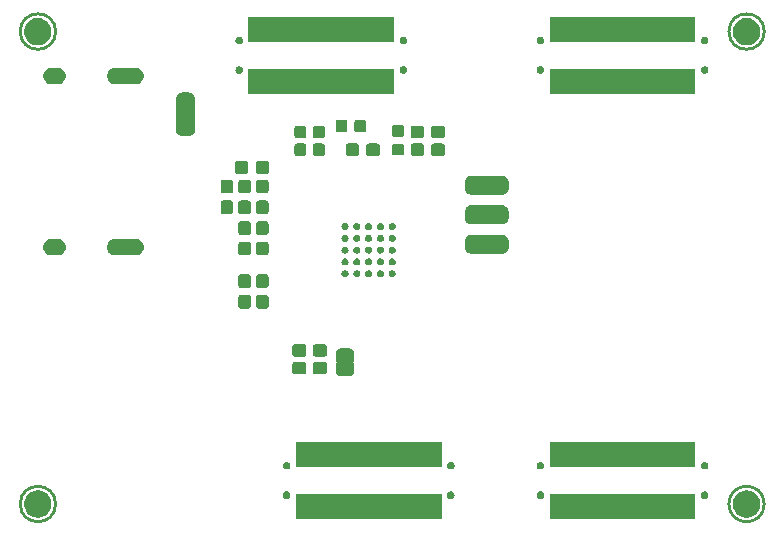
<source format=gbr>
G04 #@! TF.GenerationSoftware,KiCad,Pcbnew,(5.1.2-1)-1*
G04 #@! TF.CreationDate,2020-04-01T22:22:55+05:30*
G04 #@! TF.ProjectId,Alchitry_HDMI_Shield,416c6368-6974-4727-995f-48444d495f53,rev?*
G04 #@! TF.SameCoordinates,Original*
G04 #@! TF.FileFunction,Soldermask,Bot*
G04 #@! TF.FilePolarity,Negative*
%FSLAX46Y46*%
G04 Gerber Fmt 4.6, Leading zero omitted, Abs format (unit mm)*
G04 Created by KiCad (PCBNEW (5.1.2-1)-1) date 2020-04-01 22:22:55*
%MOMM*%
%LPD*%
G04 APERTURE LIST*
%ADD10C,0.254000*%
%ADD11C,0.100000*%
G04 APERTURE END LIST*
D10*
X16000000Y-54500000D02*
G75*
G03X16000000Y-54500000I-1500000J0D01*
G01*
X76000000Y-54500000D02*
G75*
G03X76000000Y-54500000I-1500000J0D01*
G01*
X76000000Y-14500000D02*
G75*
G03X76000000Y-14500000I-1500000J0D01*
G01*
X16000000Y-14500000D02*
G75*
G03X16000000Y-14500000I-1500000J0D01*
G01*
D11*
G36*
X70176000Y-55751000D02*
G01*
X57824000Y-55751000D01*
X57824000Y-53649000D01*
X70176000Y-53649000D01*
X70176000Y-55751000D01*
X70176000Y-55751000D01*
G37*
G36*
X48676000Y-55751000D02*
G01*
X36324000Y-55751000D01*
X36324000Y-53649000D01*
X48676000Y-53649000D01*
X48676000Y-55751000D01*
X48676000Y-55751000D01*
G37*
G36*
X14724549Y-53371116D02*
G01*
X14835734Y-53393232D01*
X15045203Y-53479997D01*
X15233720Y-53605960D01*
X15394040Y-53766280D01*
X15486342Y-53904420D01*
X15520004Y-53954799D01*
X15540062Y-54003223D01*
X15606768Y-54164266D01*
X15651000Y-54386636D01*
X15651000Y-54613364D01*
X15606768Y-54835734D01*
X15520003Y-55045203D01*
X15394040Y-55233720D01*
X15233720Y-55394040D01*
X15045203Y-55520003D01*
X14835734Y-55606768D01*
X14724549Y-55628884D01*
X14613365Y-55651000D01*
X14386635Y-55651000D01*
X14275451Y-55628884D01*
X14164266Y-55606768D01*
X13954797Y-55520003D01*
X13766280Y-55394040D01*
X13605960Y-55233720D01*
X13479997Y-55045203D01*
X13393232Y-54835734D01*
X13349000Y-54613364D01*
X13349000Y-54386636D01*
X13393232Y-54164266D01*
X13459938Y-54003223D01*
X13479996Y-53954799D01*
X13513658Y-53904420D01*
X13605960Y-53766280D01*
X13766280Y-53605960D01*
X13954797Y-53479997D01*
X14164266Y-53393232D01*
X14275451Y-53371116D01*
X14386635Y-53349000D01*
X14613365Y-53349000D01*
X14724549Y-53371116D01*
X14724549Y-53371116D01*
G37*
G36*
X74724549Y-53371116D02*
G01*
X74835734Y-53393232D01*
X75045203Y-53479997D01*
X75233720Y-53605960D01*
X75394040Y-53766280D01*
X75486342Y-53904420D01*
X75520004Y-53954799D01*
X75540062Y-54003223D01*
X75606768Y-54164266D01*
X75651000Y-54386636D01*
X75651000Y-54613364D01*
X75606768Y-54835734D01*
X75520003Y-55045203D01*
X75394040Y-55233720D01*
X75233720Y-55394040D01*
X75045203Y-55520003D01*
X74835734Y-55606768D01*
X74724549Y-55628884D01*
X74613365Y-55651000D01*
X74386635Y-55651000D01*
X74275451Y-55628884D01*
X74164266Y-55606768D01*
X73954797Y-55520003D01*
X73766280Y-55394040D01*
X73605960Y-55233720D01*
X73479997Y-55045203D01*
X73393232Y-54835734D01*
X73349000Y-54613364D01*
X73349000Y-54386636D01*
X73393232Y-54164266D01*
X73459938Y-54003223D01*
X73479996Y-53954799D01*
X73513658Y-53904420D01*
X73605960Y-53766280D01*
X73766280Y-53605960D01*
X73954797Y-53479997D01*
X74164266Y-53393232D01*
X74275451Y-53371116D01*
X74386635Y-53349000D01*
X74613365Y-53349000D01*
X74724549Y-53371116D01*
X74724549Y-53371116D01*
G37*
G36*
X35645091Y-53436528D02*
G01*
X35704420Y-53461103D01*
X35757810Y-53496777D01*
X35803223Y-53542190D01*
X35838897Y-53595580D01*
X35863472Y-53654909D01*
X35876000Y-53717892D01*
X35876000Y-53782108D01*
X35863472Y-53845091D01*
X35838897Y-53904420D01*
X35803223Y-53957810D01*
X35757810Y-54003223D01*
X35704420Y-54038897D01*
X35645091Y-54063472D01*
X35582108Y-54076000D01*
X35517892Y-54076000D01*
X35454909Y-54063472D01*
X35395580Y-54038897D01*
X35342190Y-54003223D01*
X35296777Y-53957810D01*
X35261103Y-53904420D01*
X35236528Y-53845091D01*
X35224000Y-53782108D01*
X35224000Y-53717892D01*
X35236528Y-53654909D01*
X35261103Y-53595580D01*
X35296777Y-53542190D01*
X35342190Y-53496777D01*
X35395580Y-53461103D01*
X35454909Y-53436528D01*
X35517892Y-53424000D01*
X35582108Y-53424000D01*
X35645091Y-53436528D01*
X35645091Y-53436528D01*
G37*
G36*
X49545091Y-53436528D02*
G01*
X49604420Y-53461103D01*
X49657810Y-53496777D01*
X49703223Y-53542190D01*
X49738897Y-53595580D01*
X49763472Y-53654909D01*
X49776000Y-53717892D01*
X49776000Y-53782108D01*
X49763472Y-53845091D01*
X49738897Y-53904420D01*
X49703223Y-53957810D01*
X49657810Y-54003223D01*
X49604420Y-54038897D01*
X49545091Y-54063472D01*
X49482108Y-54076000D01*
X49417892Y-54076000D01*
X49354909Y-54063472D01*
X49295580Y-54038897D01*
X49242190Y-54003223D01*
X49196777Y-53957810D01*
X49161103Y-53904420D01*
X49136528Y-53845091D01*
X49124000Y-53782108D01*
X49124000Y-53717892D01*
X49136528Y-53654909D01*
X49161103Y-53595580D01*
X49196777Y-53542190D01*
X49242190Y-53496777D01*
X49295580Y-53461103D01*
X49354909Y-53436528D01*
X49417892Y-53424000D01*
X49482108Y-53424000D01*
X49545091Y-53436528D01*
X49545091Y-53436528D01*
G37*
G36*
X57145091Y-53436528D02*
G01*
X57204420Y-53461103D01*
X57257810Y-53496777D01*
X57303223Y-53542190D01*
X57338897Y-53595580D01*
X57363472Y-53654909D01*
X57376000Y-53717892D01*
X57376000Y-53782108D01*
X57363472Y-53845091D01*
X57338897Y-53904420D01*
X57303223Y-53957810D01*
X57257810Y-54003223D01*
X57204420Y-54038897D01*
X57145091Y-54063472D01*
X57082108Y-54076000D01*
X57017892Y-54076000D01*
X56954909Y-54063472D01*
X56895580Y-54038897D01*
X56842190Y-54003223D01*
X56796777Y-53957810D01*
X56761103Y-53904420D01*
X56736528Y-53845091D01*
X56724000Y-53782108D01*
X56724000Y-53717892D01*
X56736528Y-53654909D01*
X56761103Y-53595580D01*
X56796777Y-53542190D01*
X56842190Y-53496777D01*
X56895580Y-53461103D01*
X56954909Y-53436528D01*
X57017892Y-53424000D01*
X57082108Y-53424000D01*
X57145091Y-53436528D01*
X57145091Y-53436528D01*
G37*
G36*
X71045091Y-53436528D02*
G01*
X71104420Y-53461103D01*
X71157810Y-53496777D01*
X71203223Y-53542190D01*
X71238897Y-53595580D01*
X71263472Y-53654909D01*
X71276000Y-53717892D01*
X71276000Y-53782108D01*
X71263472Y-53845091D01*
X71238897Y-53904420D01*
X71203223Y-53957810D01*
X71157810Y-54003223D01*
X71104420Y-54038897D01*
X71045091Y-54063472D01*
X70982108Y-54076000D01*
X70917892Y-54076000D01*
X70854909Y-54063472D01*
X70795580Y-54038897D01*
X70742190Y-54003223D01*
X70696777Y-53957810D01*
X70661103Y-53904420D01*
X70636528Y-53845091D01*
X70624000Y-53782108D01*
X70624000Y-53717892D01*
X70636528Y-53654909D01*
X70661103Y-53595580D01*
X70696777Y-53542190D01*
X70742190Y-53496777D01*
X70795580Y-53461103D01*
X70854909Y-53436528D01*
X70917892Y-53424000D01*
X70982108Y-53424000D01*
X71045091Y-53436528D01*
X71045091Y-53436528D01*
G37*
G36*
X35645091Y-50936528D02*
G01*
X35704420Y-50961103D01*
X35757810Y-50996777D01*
X35803223Y-51042190D01*
X35838897Y-51095580D01*
X35863472Y-51154909D01*
X35876000Y-51217892D01*
X35876000Y-51282108D01*
X35863472Y-51345091D01*
X35838897Y-51404420D01*
X35803223Y-51457810D01*
X35757810Y-51503223D01*
X35704420Y-51538897D01*
X35645091Y-51563472D01*
X35582108Y-51576000D01*
X35517892Y-51576000D01*
X35454909Y-51563472D01*
X35395580Y-51538897D01*
X35342190Y-51503223D01*
X35296777Y-51457810D01*
X35261103Y-51404420D01*
X35236528Y-51345091D01*
X35224000Y-51282108D01*
X35224000Y-51217892D01*
X35236528Y-51154909D01*
X35261103Y-51095580D01*
X35296777Y-51042190D01*
X35342190Y-50996777D01*
X35395580Y-50961103D01*
X35454909Y-50936528D01*
X35517892Y-50924000D01*
X35582108Y-50924000D01*
X35645091Y-50936528D01*
X35645091Y-50936528D01*
G37*
G36*
X49545091Y-50936528D02*
G01*
X49604420Y-50961103D01*
X49657810Y-50996777D01*
X49703223Y-51042190D01*
X49738897Y-51095580D01*
X49763472Y-51154909D01*
X49776000Y-51217892D01*
X49776000Y-51282108D01*
X49763472Y-51345091D01*
X49738897Y-51404420D01*
X49703223Y-51457810D01*
X49657810Y-51503223D01*
X49604420Y-51538897D01*
X49545091Y-51563472D01*
X49482108Y-51576000D01*
X49417892Y-51576000D01*
X49354909Y-51563472D01*
X49295580Y-51538897D01*
X49242190Y-51503223D01*
X49196777Y-51457810D01*
X49161103Y-51404420D01*
X49136528Y-51345091D01*
X49124000Y-51282108D01*
X49124000Y-51217892D01*
X49136528Y-51154909D01*
X49161103Y-51095580D01*
X49196777Y-51042190D01*
X49242190Y-50996777D01*
X49295580Y-50961103D01*
X49354909Y-50936528D01*
X49417892Y-50924000D01*
X49482108Y-50924000D01*
X49545091Y-50936528D01*
X49545091Y-50936528D01*
G37*
G36*
X57145091Y-50936528D02*
G01*
X57204420Y-50961103D01*
X57257810Y-50996777D01*
X57303223Y-51042190D01*
X57338897Y-51095580D01*
X57363472Y-51154909D01*
X57376000Y-51217892D01*
X57376000Y-51282108D01*
X57363472Y-51345091D01*
X57338897Y-51404420D01*
X57303223Y-51457810D01*
X57257810Y-51503223D01*
X57204420Y-51538897D01*
X57145091Y-51563472D01*
X57082108Y-51576000D01*
X57017892Y-51576000D01*
X56954909Y-51563472D01*
X56895580Y-51538897D01*
X56842190Y-51503223D01*
X56796777Y-51457810D01*
X56761103Y-51404420D01*
X56736528Y-51345091D01*
X56724000Y-51282108D01*
X56724000Y-51217892D01*
X56736528Y-51154909D01*
X56761103Y-51095580D01*
X56796777Y-51042190D01*
X56842190Y-50996777D01*
X56895580Y-50961103D01*
X56954909Y-50936528D01*
X57017892Y-50924000D01*
X57082108Y-50924000D01*
X57145091Y-50936528D01*
X57145091Y-50936528D01*
G37*
G36*
X71045091Y-50936528D02*
G01*
X71104420Y-50961103D01*
X71157810Y-50996777D01*
X71203223Y-51042190D01*
X71238897Y-51095580D01*
X71263472Y-51154909D01*
X71276000Y-51217892D01*
X71276000Y-51282108D01*
X71263472Y-51345091D01*
X71238897Y-51404420D01*
X71203223Y-51457810D01*
X71157810Y-51503223D01*
X71104420Y-51538897D01*
X71045091Y-51563472D01*
X70982108Y-51576000D01*
X70917892Y-51576000D01*
X70854909Y-51563472D01*
X70795580Y-51538897D01*
X70742190Y-51503223D01*
X70696777Y-51457810D01*
X70661103Y-51404420D01*
X70636528Y-51345091D01*
X70624000Y-51282108D01*
X70624000Y-51217892D01*
X70636528Y-51154909D01*
X70661103Y-51095580D01*
X70696777Y-51042190D01*
X70742190Y-50996777D01*
X70795580Y-50961103D01*
X70854909Y-50936528D01*
X70917892Y-50924000D01*
X70982108Y-50924000D01*
X71045091Y-50936528D01*
X71045091Y-50936528D01*
G37*
G36*
X70176000Y-51351000D02*
G01*
X57824000Y-51351000D01*
X57824000Y-49249000D01*
X70176000Y-49249000D01*
X70176000Y-51351000D01*
X70176000Y-51351000D01*
G37*
G36*
X48676000Y-51351000D02*
G01*
X36324000Y-51351000D01*
X36324000Y-49249000D01*
X48676000Y-49249000D01*
X48676000Y-51351000D01*
X48676000Y-51351000D01*
G37*
G36*
X40762199Y-41299954D02*
G01*
X40774450Y-41300556D01*
X40792869Y-41300556D01*
X40815149Y-41302750D01*
X40899233Y-41319476D01*
X40920660Y-41325976D01*
X40999858Y-41358780D01*
X41005303Y-41361691D01*
X41005309Y-41361693D01*
X41014169Y-41366429D01*
X41014173Y-41366432D01*
X41019614Y-41369340D01*
X41090899Y-41416971D01*
X41108204Y-41431172D01*
X41168828Y-41491796D01*
X41183029Y-41509101D01*
X41230660Y-41580386D01*
X41233568Y-41585827D01*
X41233571Y-41585831D01*
X41238307Y-41594691D01*
X41238309Y-41594697D01*
X41241220Y-41600142D01*
X41274024Y-41679340D01*
X41280524Y-41700767D01*
X41297250Y-41784851D01*
X41299444Y-41807131D01*
X41299444Y-41825550D01*
X41300046Y-41837801D01*
X41301852Y-41856139D01*
X41301852Y-42343860D01*
X41300263Y-42359999D01*
X41297348Y-42369608D01*
X41292610Y-42378472D01*
X41286237Y-42386237D01*
X41273794Y-42396448D01*
X41263425Y-42403378D01*
X41246098Y-42420705D01*
X41232485Y-42441080D01*
X41223109Y-42463720D01*
X41218329Y-42487753D01*
X41218330Y-42512257D01*
X41223112Y-42536290D01*
X41232490Y-42558929D01*
X41246105Y-42579302D01*
X41263432Y-42596629D01*
X41273802Y-42603558D01*
X41286237Y-42613763D01*
X41292610Y-42621528D01*
X41297348Y-42630392D01*
X41300263Y-42640001D01*
X41301852Y-42656140D01*
X41301852Y-43143862D01*
X41300046Y-43162199D01*
X41299444Y-43174450D01*
X41299444Y-43192869D01*
X41297250Y-43215149D01*
X41280524Y-43299233D01*
X41274024Y-43320660D01*
X41241220Y-43399858D01*
X41238309Y-43405303D01*
X41238307Y-43405309D01*
X41233571Y-43414169D01*
X41233568Y-43414173D01*
X41230660Y-43419614D01*
X41183029Y-43490899D01*
X41168828Y-43508204D01*
X41108204Y-43568828D01*
X41090899Y-43583029D01*
X41019614Y-43630660D01*
X41014173Y-43633568D01*
X41014169Y-43633571D01*
X41005309Y-43638307D01*
X41005303Y-43638309D01*
X40999858Y-43641220D01*
X40920660Y-43674024D01*
X40899233Y-43680524D01*
X40815149Y-43697250D01*
X40792869Y-43699444D01*
X40774450Y-43699444D01*
X40762199Y-43700046D01*
X40743862Y-43701852D01*
X40256138Y-43701852D01*
X40237801Y-43700046D01*
X40225550Y-43699444D01*
X40207131Y-43699444D01*
X40184851Y-43697250D01*
X40100767Y-43680524D01*
X40079340Y-43674024D01*
X40000142Y-43641220D01*
X39994697Y-43638309D01*
X39994691Y-43638307D01*
X39985831Y-43633571D01*
X39985827Y-43633568D01*
X39980386Y-43630660D01*
X39909101Y-43583029D01*
X39891796Y-43568828D01*
X39831172Y-43508204D01*
X39816971Y-43490899D01*
X39769340Y-43419614D01*
X39766432Y-43414173D01*
X39766429Y-43414169D01*
X39761693Y-43405309D01*
X39761691Y-43405303D01*
X39758780Y-43399858D01*
X39725976Y-43320660D01*
X39719476Y-43299233D01*
X39702750Y-43215149D01*
X39700556Y-43192869D01*
X39700556Y-43174450D01*
X39699954Y-43162199D01*
X39698148Y-43143862D01*
X39698148Y-42656140D01*
X39699737Y-42640001D01*
X39702652Y-42630392D01*
X39707390Y-42621528D01*
X39713763Y-42613763D01*
X39726206Y-42603552D01*
X39736575Y-42596622D01*
X39753902Y-42579295D01*
X39767515Y-42558920D01*
X39776891Y-42536280D01*
X39781671Y-42512247D01*
X39781670Y-42487743D01*
X39776888Y-42463710D01*
X39767510Y-42441071D01*
X39753895Y-42420698D01*
X39736568Y-42403371D01*
X39726198Y-42396442D01*
X39713763Y-42386237D01*
X39707390Y-42378472D01*
X39702652Y-42369608D01*
X39699737Y-42359999D01*
X39698148Y-42343860D01*
X39698148Y-41856139D01*
X39699954Y-41837801D01*
X39700556Y-41825550D01*
X39700556Y-41807131D01*
X39702750Y-41784851D01*
X39719476Y-41700767D01*
X39725976Y-41679340D01*
X39758780Y-41600142D01*
X39761691Y-41594697D01*
X39761693Y-41594691D01*
X39766429Y-41585831D01*
X39766432Y-41585827D01*
X39769340Y-41580386D01*
X39816971Y-41509101D01*
X39831172Y-41491796D01*
X39891796Y-41431172D01*
X39909101Y-41416971D01*
X39980386Y-41369340D01*
X39985827Y-41366432D01*
X39985831Y-41366429D01*
X39994691Y-41361693D01*
X39994697Y-41361691D01*
X40000142Y-41358780D01*
X40079340Y-41325976D01*
X40100767Y-41319476D01*
X40184851Y-41302750D01*
X40207131Y-41300556D01*
X40225550Y-41300556D01*
X40237801Y-41299954D01*
X40256139Y-41298148D01*
X40743861Y-41298148D01*
X40762199Y-41299954D01*
X40762199Y-41299954D01*
G37*
G36*
X37039499Y-42478445D02*
G01*
X37076995Y-42489820D01*
X37111554Y-42508292D01*
X37141847Y-42533153D01*
X37166708Y-42563446D01*
X37185180Y-42598005D01*
X37196555Y-42635501D01*
X37201000Y-42680638D01*
X37201000Y-43319362D01*
X37196555Y-43364499D01*
X37185180Y-43401995D01*
X37166708Y-43436554D01*
X37141847Y-43466847D01*
X37111554Y-43491708D01*
X37076995Y-43510180D01*
X37039499Y-43521555D01*
X36994362Y-43526000D01*
X36255638Y-43526000D01*
X36210501Y-43521555D01*
X36173005Y-43510180D01*
X36138446Y-43491708D01*
X36108153Y-43466847D01*
X36083292Y-43436554D01*
X36064820Y-43401995D01*
X36053445Y-43364499D01*
X36049000Y-43319362D01*
X36049000Y-42680638D01*
X36053445Y-42635501D01*
X36064820Y-42598005D01*
X36083292Y-42563446D01*
X36108153Y-42533153D01*
X36138446Y-42508292D01*
X36173005Y-42489820D01*
X36210501Y-42478445D01*
X36255638Y-42474000D01*
X36994362Y-42474000D01*
X37039499Y-42478445D01*
X37039499Y-42478445D01*
G37*
G36*
X38789499Y-42478445D02*
G01*
X38826995Y-42489820D01*
X38861554Y-42508292D01*
X38891847Y-42533153D01*
X38916708Y-42563446D01*
X38935180Y-42598005D01*
X38946555Y-42635501D01*
X38951000Y-42680638D01*
X38951000Y-43319362D01*
X38946555Y-43364499D01*
X38935180Y-43401995D01*
X38916708Y-43436554D01*
X38891847Y-43466847D01*
X38861554Y-43491708D01*
X38826995Y-43510180D01*
X38789499Y-43521555D01*
X38744362Y-43526000D01*
X38005638Y-43526000D01*
X37960501Y-43521555D01*
X37923005Y-43510180D01*
X37888446Y-43491708D01*
X37858153Y-43466847D01*
X37833292Y-43436554D01*
X37814820Y-43401995D01*
X37803445Y-43364499D01*
X37799000Y-43319362D01*
X37799000Y-42680638D01*
X37803445Y-42635501D01*
X37814820Y-42598005D01*
X37833292Y-42563446D01*
X37858153Y-42533153D01*
X37888446Y-42508292D01*
X37923005Y-42489820D01*
X37960501Y-42478445D01*
X38005638Y-42474000D01*
X38744362Y-42474000D01*
X38789499Y-42478445D01*
X38789499Y-42478445D01*
G37*
G36*
X37039499Y-40978445D02*
G01*
X37076995Y-40989820D01*
X37111554Y-41008292D01*
X37141847Y-41033153D01*
X37166708Y-41063446D01*
X37185180Y-41098005D01*
X37196555Y-41135501D01*
X37201000Y-41180638D01*
X37201000Y-41819362D01*
X37196555Y-41864499D01*
X37185180Y-41901995D01*
X37166708Y-41936554D01*
X37141847Y-41966847D01*
X37111554Y-41991708D01*
X37076995Y-42010180D01*
X37039499Y-42021555D01*
X36994362Y-42026000D01*
X36255638Y-42026000D01*
X36210501Y-42021555D01*
X36173005Y-42010180D01*
X36138446Y-41991708D01*
X36108153Y-41966847D01*
X36083292Y-41936554D01*
X36064820Y-41901995D01*
X36053445Y-41864499D01*
X36049000Y-41819362D01*
X36049000Y-41180638D01*
X36053445Y-41135501D01*
X36064820Y-41098005D01*
X36083292Y-41063446D01*
X36108153Y-41033153D01*
X36138446Y-41008292D01*
X36173005Y-40989820D01*
X36210501Y-40978445D01*
X36255638Y-40974000D01*
X36994362Y-40974000D01*
X37039499Y-40978445D01*
X37039499Y-40978445D01*
G37*
G36*
X38789499Y-40978445D02*
G01*
X38826995Y-40989820D01*
X38861554Y-41008292D01*
X38891847Y-41033153D01*
X38916708Y-41063446D01*
X38935180Y-41098005D01*
X38946555Y-41135501D01*
X38951000Y-41180638D01*
X38951000Y-41819362D01*
X38946555Y-41864499D01*
X38935180Y-41901995D01*
X38916708Y-41936554D01*
X38891847Y-41966847D01*
X38861554Y-41991708D01*
X38826995Y-42010180D01*
X38789499Y-42021555D01*
X38744362Y-42026000D01*
X38005638Y-42026000D01*
X37960501Y-42021555D01*
X37923005Y-42010180D01*
X37888446Y-41991708D01*
X37858153Y-41966847D01*
X37833292Y-41936554D01*
X37814820Y-41901995D01*
X37803445Y-41864499D01*
X37799000Y-41819362D01*
X37799000Y-41180638D01*
X37803445Y-41135501D01*
X37814820Y-41098005D01*
X37833292Y-41063446D01*
X37858153Y-41033153D01*
X37888446Y-41008292D01*
X37923005Y-40989820D01*
X37960501Y-40978445D01*
X38005638Y-40974000D01*
X38744362Y-40974000D01*
X38789499Y-40978445D01*
X38789499Y-40978445D01*
G37*
G36*
X33864499Y-36803445D02*
G01*
X33901995Y-36814820D01*
X33936554Y-36833292D01*
X33966847Y-36858153D01*
X33991708Y-36888446D01*
X34010180Y-36923005D01*
X34021555Y-36960501D01*
X34026000Y-37005638D01*
X34026000Y-37744362D01*
X34021555Y-37789499D01*
X34010180Y-37826995D01*
X33991708Y-37861554D01*
X33966847Y-37891847D01*
X33936554Y-37916708D01*
X33901995Y-37935180D01*
X33864499Y-37946555D01*
X33819362Y-37951000D01*
X33180638Y-37951000D01*
X33135501Y-37946555D01*
X33098005Y-37935180D01*
X33063446Y-37916708D01*
X33033153Y-37891847D01*
X33008292Y-37861554D01*
X32989820Y-37826995D01*
X32978445Y-37789499D01*
X32974000Y-37744362D01*
X32974000Y-37005638D01*
X32978445Y-36960501D01*
X32989820Y-36923005D01*
X33008292Y-36888446D01*
X33033153Y-36858153D01*
X33063446Y-36833292D01*
X33098005Y-36814820D01*
X33135501Y-36803445D01*
X33180638Y-36799000D01*
X33819362Y-36799000D01*
X33864499Y-36803445D01*
X33864499Y-36803445D01*
G37*
G36*
X32364499Y-36803445D02*
G01*
X32401995Y-36814820D01*
X32436554Y-36833292D01*
X32466847Y-36858153D01*
X32491708Y-36888446D01*
X32510180Y-36923005D01*
X32521555Y-36960501D01*
X32526000Y-37005638D01*
X32526000Y-37744362D01*
X32521555Y-37789499D01*
X32510180Y-37826995D01*
X32491708Y-37861554D01*
X32466847Y-37891847D01*
X32436554Y-37916708D01*
X32401995Y-37935180D01*
X32364499Y-37946555D01*
X32319362Y-37951000D01*
X31680638Y-37951000D01*
X31635501Y-37946555D01*
X31598005Y-37935180D01*
X31563446Y-37916708D01*
X31533153Y-37891847D01*
X31508292Y-37861554D01*
X31489820Y-37826995D01*
X31478445Y-37789499D01*
X31474000Y-37744362D01*
X31474000Y-37005638D01*
X31478445Y-36960501D01*
X31489820Y-36923005D01*
X31508292Y-36888446D01*
X31533153Y-36858153D01*
X31563446Y-36833292D01*
X31598005Y-36814820D01*
X31635501Y-36803445D01*
X31680638Y-36799000D01*
X32319362Y-36799000D01*
X32364499Y-36803445D01*
X32364499Y-36803445D01*
G37*
G36*
X33864499Y-35053445D02*
G01*
X33901995Y-35064820D01*
X33936554Y-35083292D01*
X33966847Y-35108153D01*
X33991708Y-35138446D01*
X34010180Y-35173005D01*
X34021555Y-35210501D01*
X34026000Y-35255638D01*
X34026000Y-35994362D01*
X34021555Y-36039499D01*
X34010180Y-36076995D01*
X33991708Y-36111554D01*
X33966847Y-36141847D01*
X33936554Y-36166708D01*
X33901995Y-36185180D01*
X33864499Y-36196555D01*
X33819362Y-36201000D01*
X33180638Y-36201000D01*
X33135501Y-36196555D01*
X33098005Y-36185180D01*
X33063446Y-36166708D01*
X33033153Y-36141847D01*
X33008292Y-36111554D01*
X32989820Y-36076995D01*
X32978445Y-36039499D01*
X32974000Y-35994362D01*
X32974000Y-35255638D01*
X32978445Y-35210501D01*
X32989820Y-35173005D01*
X33008292Y-35138446D01*
X33033153Y-35108153D01*
X33063446Y-35083292D01*
X33098005Y-35064820D01*
X33135501Y-35053445D01*
X33180638Y-35049000D01*
X33819362Y-35049000D01*
X33864499Y-35053445D01*
X33864499Y-35053445D01*
G37*
G36*
X32364499Y-35053445D02*
G01*
X32401995Y-35064820D01*
X32436554Y-35083292D01*
X32466847Y-35108153D01*
X32491708Y-35138446D01*
X32510180Y-35173005D01*
X32521555Y-35210501D01*
X32526000Y-35255638D01*
X32526000Y-35994362D01*
X32521555Y-36039499D01*
X32510180Y-36076995D01*
X32491708Y-36111554D01*
X32466847Y-36141847D01*
X32436554Y-36166708D01*
X32401995Y-36185180D01*
X32364499Y-36196555D01*
X32319362Y-36201000D01*
X31680638Y-36201000D01*
X31635501Y-36196555D01*
X31598005Y-36185180D01*
X31563446Y-36166708D01*
X31533153Y-36141847D01*
X31508292Y-36111554D01*
X31489820Y-36076995D01*
X31478445Y-36039499D01*
X31474000Y-35994362D01*
X31474000Y-35255638D01*
X31478445Y-35210501D01*
X31489820Y-35173005D01*
X31508292Y-35138446D01*
X31533153Y-35108153D01*
X31563446Y-35083292D01*
X31598005Y-35064820D01*
X31635501Y-35053445D01*
X31680638Y-35049000D01*
X32319362Y-35049000D01*
X32364499Y-35053445D01*
X32364499Y-35053445D01*
G37*
G36*
X44587797Y-34710567D02*
G01*
X44642575Y-34733257D01*
X44642577Y-34733258D01*
X44691876Y-34766198D01*
X44733802Y-34808124D01*
X44766742Y-34857423D01*
X44766743Y-34857425D01*
X44789433Y-34912203D01*
X44801000Y-34970353D01*
X44801000Y-35029647D01*
X44789433Y-35087797D01*
X44781001Y-35108153D01*
X44766742Y-35142577D01*
X44733802Y-35191876D01*
X44691876Y-35233802D01*
X44642577Y-35266742D01*
X44642576Y-35266743D01*
X44642575Y-35266743D01*
X44587797Y-35289433D01*
X44529647Y-35301000D01*
X44470353Y-35301000D01*
X44412203Y-35289433D01*
X44357425Y-35266743D01*
X44357424Y-35266743D01*
X44357423Y-35266742D01*
X44308124Y-35233802D01*
X44266198Y-35191876D01*
X44233258Y-35142577D01*
X44218999Y-35108153D01*
X44210567Y-35087797D01*
X44199000Y-35029647D01*
X44199000Y-34970353D01*
X44210567Y-34912203D01*
X44233257Y-34857425D01*
X44233258Y-34857423D01*
X44266198Y-34808124D01*
X44308124Y-34766198D01*
X44357423Y-34733258D01*
X44357425Y-34733257D01*
X44412203Y-34710567D01*
X44470353Y-34699000D01*
X44529647Y-34699000D01*
X44587797Y-34710567D01*
X44587797Y-34710567D01*
G37*
G36*
X43587797Y-34710567D02*
G01*
X43642575Y-34733257D01*
X43642577Y-34733258D01*
X43691876Y-34766198D01*
X43733802Y-34808124D01*
X43766742Y-34857423D01*
X43766743Y-34857425D01*
X43789433Y-34912203D01*
X43801000Y-34970353D01*
X43801000Y-35029647D01*
X43789433Y-35087797D01*
X43781001Y-35108153D01*
X43766742Y-35142577D01*
X43733802Y-35191876D01*
X43691876Y-35233802D01*
X43642577Y-35266742D01*
X43642576Y-35266743D01*
X43642575Y-35266743D01*
X43587797Y-35289433D01*
X43529647Y-35301000D01*
X43470353Y-35301000D01*
X43412203Y-35289433D01*
X43357425Y-35266743D01*
X43357424Y-35266743D01*
X43357423Y-35266742D01*
X43308124Y-35233802D01*
X43266198Y-35191876D01*
X43233258Y-35142577D01*
X43218999Y-35108153D01*
X43210567Y-35087797D01*
X43199000Y-35029647D01*
X43199000Y-34970353D01*
X43210567Y-34912203D01*
X43233257Y-34857425D01*
X43233258Y-34857423D01*
X43266198Y-34808124D01*
X43308124Y-34766198D01*
X43357423Y-34733258D01*
X43357425Y-34733257D01*
X43412203Y-34710567D01*
X43470353Y-34699000D01*
X43529647Y-34699000D01*
X43587797Y-34710567D01*
X43587797Y-34710567D01*
G37*
G36*
X42587797Y-34710567D02*
G01*
X42642575Y-34733257D01*
X42642577Y-34733258D01*
X42691876Y-34766198D01*
X42733802Y-34808124D01*
X42766742Y-34857423D01*
X42766743Y-34857425D01*
X42789433Y-34912203D01*
X42801000Y-34970353D01*
X42801000Y-35029647D01*
X42789433Y-35087797D01*
X42781001Y-35108153D01*
X42766742Y-35142577D01*
X42733802Y-35191876D01*
X42691876Y-35233802D01*
X42642577Y-35266742D01*
X42642576Y-35266743D01*
X42642575Y-35266743D01*
X42587797Y-35289433D01*
X42529647Y-35301000D01*
X42470353Y-35301000D01*
X42412203Y-35289433D01*
X42357425Y-35266743D01*
X42357424Y-35266743D01*
X42357423Y-35266742D01*
X42308124Y-35233802D01*
X42266198Y-35191876D01*
X42233258Y-35142577D01*
X42218999Y-35108153D01*
X42210567Y-35087797D01*
X42199000Y-35029647D01*
X42199000Y-34970353D01*
X42210567Y-34912203D01*
X42233257Y-34857425D01*
X42233258Y-34857423D01*
X42266198Y-34808124D01*
X42308124Y-34766198D01*
X42357423Y-34733258D01*
X42357425Y-34733257D01*
X42412203Y-34710567D01*
X42470353Y-34699000D01*
X42529647Y-34699000D01*
X42587797Y-34710567D01*
X42587797Y-34710567D01*
G37*
G36*
X41587797Y-34710567D02*
G01*
X41642575Y-34733257D01*
X41642577Y-34733258D01*
X41691876Y-34766198D01*
X41733802Y-34808124D01*
X41766742Y-34857423D01*
X41766743Y-34857425D01*
X41789433Y-34912203D01*
X41801000Y-34970353D01*
X41801000Y-35029647D01*
X41789433Y-35087797D01*
X41781001Y-35108153D01*
X41766742Y-35142577D01*
X41733802Y-35191876D01*
X41691876Y-35233802D01*
X41642577Y-35266742D01*
X41642576Y-35266743D01*
X41642575Y-35266743D01*
X41587797Y-35289433D01*
X41529647Y-35301000D01*
X41470353Y-35301000D01*
X41412203Y-35289433D01*
X41357425Y-35266743D01*
X41357424Y-35266743D01*
X41357423Y-35266742D01*
X41308124Y-35233802D01*
X41266198Y-35191876D01*
X41233258Y-35142577D01*
X41218999Y-35108153D01*
X41210567Y-35087797D01*
X41199000Y-35029647D01*
X41199000Y-34970353D01*
X41210567Y-34912203D01*
X41233257Y-34857425D01*
X41233258Y-34857423D01*
X41266198Y-34808124D01*
X41308124Y-34766198D01*
X41357423Y-34733258D01*
X41357425Y-34733257D01*
X41412203Y-34710567D01*
X41470353Y-34699000D01*
X41529647Y-34699000D01*
X41587797Y-34710567D01*
X41587797Y-34710567D01*
G37*
G36*
X40587797Y-34710567D02*
G01*
X40642575Y-34733257D01*
X40642577Y-34733258D01*
X40691876Y-34766198D01*
X40733802Y-34808124D01*
X40766742Y-34857423D01*
X40766743Y-34857425D01*
X40789433Y-34912203D01*
X40801000Y-34970353D01*
X40801000Y-35029647D01*
X40789433Y-35087797D01*
X40781001Y-35108153D01*
X40766742Y-35142577D01*
X40733802Y-35191876D01*
X40691876Y-35233802D01*
X40642577Y-35266742D01*
X40642576Y-35266743D01*
X40642575Y-35266743D01*
X40587797Y-35289433D01*
X40529647Y-35301000D01*
X40470353Y-35301000D01*
X40412203Y-35289433D01*
X40357425Y-35266743D01*
X40357424Y-35266743D01*
X40357423Y-35266742D01*
X40308124Y-35233802D01*
X40266198Y-35191876D01*
X40233258Y-35142577D01*
X40218999Y-35108153D01*
X40210567Y-35087797D01*
X40199000Y-35029647D01*
X40199000Y-34970353D01*
X40210567Y-34912203D01*
X40233257Y-34857425D01*
X40233258Y-34857423D01*
X40266198Y-34808124D01*
X40308124Y-34766198D01*
X40357423Y-34733258D01*
X40357425Y-34733257D01*
X40412203Y-34710567D01*
X40470353Y-34699000D01*
X40529647Y-34699000D01*
X40587797Y-34710567D01*
X40587797Y-34710567D01*
G37*
G36*
X40587797Y-33710567D02*
G01*
X40642575Y-33733257D01*
X40642577Y-33733258D01*
X40691876Y-33766198D01*
X40733802Y-33808124D01*
X40766742Y-33857423D01*
X40766743Y-33857425D01*
X40789433Y-33912203D01*
X40801000Y-33970353D01*
X40801000Y-34029647D01*
X40789433Y-34087797D01*
X40766743Y-34142575D01*
X40766742Y-34142577D01*
X40733802Y-34191876D01*
X40691876Y-34233802D01*
X40642577Y-34266742D01*
X40642576Y-34266743D01*
X40642575Y-34266743D01*
X40587797Y-34289433D01*
X40529647Y-34301000D01*
X40470353Y-34301000D01*
X40412203Y-34289433D01*
X40357425Y-34266743D01*
X40357424Y-34266743D01*
X40357423Y-34266742D01*
X40308124Y-34233802D01*
X40266198Y-34191876D01*
X40233258Y-34142577D01*
X40233257Y-34142575D01*
X40210567Y-34087797D01*
X40199000Y-34029647D01*
X40199000Y-33970353D01*
X40210567Y-33912203D01*
X40233257Y-33857425D01*
X40233258Y-33857423D01*
X40266198Y-33808124D01*
X40308124Y-33766198D01*
X40357423Y-33733258D01*
X40357425Y-33733257D01*
X40412203Y-33710567D01*
X40470353Y-33699000D01*
X40529647Y-33699000D01*
X40587797Y-33710567D01*
X40587797Y-33710567D01*
G37*
G36*
X43587797Y-33710567D02*
G01*
X43642575Y-33733257D01*
X43642577Y-33733258D01*
X43691876Y-33766198D01*
X43733802Y-33808124D01*
X43766742Y-33857423D01*
X43766743Y-33857425D01*
X43789433Y-33912203D01*
X43801000Y-33970353D01*
X43801000Y-34029647D01*
X43789433Y-34087797D01*
X43766743Y-34142575D01*
X43766742Y-34142577D01*
X43733802Y-34191876D01*
X43691876Y-34233802D01*
X43642577Y-34266742D01*
X43642576Y-34266743D01*
X43642575Y-34266743D01*
X43587797Y-34289433D01*
X43529647Y-34301000D01*
X43470353Y-34301000D01*
X43412203Y-34289433D01*
X43357425Y-34266743D01*
X43357424Y-34266743D01*
X43357423Y-34266742D01*
X43308124Y-34233802D01*
X43266198Y-34191876D01*
X43233258Y-34142577D01*
X43233257Y-34142575D01*
X43210567Y-34087797D01*
X43199000Y-34029647D01*
X43199000Y-33970353D01*
X43210567Y-33912203D01*
X43233257Y-33857425D01*
X43233258Y-33857423D01*
X43266198Y-33808124D01*
X43308124Y-33766198D01*
X43357423Y-33733258D01*
X43357425Y-33733257D01*
X43412203Y-33710567D01*
X43470353Y-33699000D01*
X43529647Y-33699000D01*
X43587797Y-33710567D01*
X43587797Y-33710567D01*
G37*
G36*
X41587797Y-33710567D02*
G01*
X41642575Y-33733257D01*
X41642577Y-33733258D01*
X41691876Y-33766198D01*
X41733802Y-33808124D01*
X41766742Y-33857423D01*
X41766743Y-33857425D01*
X41789433Y-33912203D01*
X41801000Y-33970353D01*
X41801000Y-34029647D01*
X41789433Y-34087797D01*
X41766743Y-34142575D01*
X41766742Y-34142577D01*
X41733802Y-34191876D01*
X41691876Y-34233802D01*
X41642577Y-34266742D01*
X41642576Y-34266743D01*
X41642575Y-34266743D01*
X41587797Y-34289433D01*
X41529647Y-34301000D01*
X41470353Y-34301000D01*
X41412203Y-34289433D01*
X41357425Y-34266743D01*
X41357424Y-34266743D01*
X41357423Y-34266742D01*
X41308124Y-34233802D01*
X41266198Y-34191876D01*
X41233258Y-34142577D01*
X41233257Y-34142575D01*
X41210567Y-34087797D01*
X41199000Y-34029647D01*
X41199000Y-33970353D01*
X41210567Y-33912203D01*
X41233257Y-33857425D01*
X41233258Y-33857423D01*
X41266198Y-33808124D01*
X41308124Y-33766198D01*
X41357423Y-33733258D01*
X41357425Y-33733257D01*
X41412203Y-33710567D01*
X41470353Y-33699000D01*
X41529647Y-33699000D01*
X41587797Y-33710567D01*
X41587797Y-33710567D01*
G37*
G36*
X42587797Y-33710567D02*
G01*
X42642575Y-33733257D01*
X42642577Y-33733258D01*
X42691876Y-33766198D01*
X42733802Y-33808124D01*
X42766742Y-33857423D01*
X42766743Y-33857425D01*
X42789433Y-33912203D01*
X42801000Y-33970353D01*
X42801000Y-34029647D01*
X42789433Y-34087797D01*
X42766743Y-34142575D01*
X42766742Y-34142577D01*
X42733802Y-34191876D01*
X42691876Y-34233802D01*
X42642577Y-34266742D01*
X42642576Y-34266743D01*
X42642575Y-34266743D01*
X42587797Y-34289433D01*
X42529647Y-34301000D01*
X42470353Y-34301000D01*
X42412203Y-34289433D01*
X42357425Y-34266743D01*
X42357424Y-34266743D01*
X42357423Y-34266742D01*
X42308124Y-34233802D01*
X42266198Y-34191876D01*
X42233258Y-34142577D01*
X42233257Y-34142575D01*
X42210567Y-34087797D01*
X42199000Y-34029647D01*
X42199000Y-33970353D01*
X42210567Y-33912203D01*
X42233257Y-33857425D01*
X42233258Y-33857423D01*
X42266198Y-33808124D01*
X42308124Y-33766198D01*
X42357423Y-33733258D01*
X42357425Y-33733257D01*
X42412203Y-33710567D01*
X42470353Y-33699000D01*
X42529647Y-33699000D01*
X42587797Y-33710567D01*
X42587797Y-33710567D01*
G37*
G36*
X44587797Y-33710567D02*
G01*
X44642575Y-33733257D01*
X44642577Y-33733258D01*
X44691876Y-33766198D01*
X44733802Y-33808124D01*
X44766742Y-33857423D01*
X44766743Y-33857425D01*
X44789433Y-33912203D01*
X44801000Y-33970353D01*
X44801000Y-34029647D01*
X44789433Y-34087797D01*
X44766743Y-34142575D01*
X44766742Y-34142577D01*
X44733802Y-34191876D01*
X44691876Y-34233802D01*
X44642577Y-34266742D01*
X44642576Y-34266743D01*
X44642575Y-34266743D01*
X44587797Y-34289433D01*
X44529647Y-34301000D01*
X44470353Y-34301000D01*
X44412203Y-34289433D01*
X44357425Y-34266743D01*
X44357424Y-34266743D01*
X44357423Y-34266742D01*
X44308124Y-34233802D01*
X44266198Y-34191876D01*
X44233258Y-34142577D01*
X44233257Y-34142575D01*
X44210567Y-34087797D01*
X44199000Y-34029647D01*
X44199000Y-33970353D01*
X44210567Y-33912203D01*
X44233257Y-33857425D01*
X44233258Y-33857423D01*
X44266198Y-33808124D01*
X44308124Y-33766198D01*
X44357423Y-33733258D01*
X44357425Y-33733257D01*
X44412203Y-33710567D01*
X44470353Y-33699000D01*
X44529647Y-33699000D01*
X44587797Y-33710567D01*
X44587797Y-33710567D01*
G37*
G36*
X32364499Y-32303445D02*
G01*
X32401995Y-32314820D01*
X32436554Y-32333292D01*
X32466847Y-32358153D01*
X32491708Y-32388446D01*
X32510180Y-32423005D01*
X32521555Y-32460501D01*
X32526000Y-32505638D01*
X32526000Y-33244362D01*
X32521555Y-33289499D01*
X32510180Y-33326995D01*
X32491708Y-33361554D01*
X32466847Y-33391847D01*
X32436554Y-33416708D01*
X32401995Y-33435180D01*
X32364499Y-33446555D01*
X32319362Y-33451000D01*
X31680638Y-33451000D01*
X31635501Y-33446555D01*
X31598005Y-33435180D01*
X31563446Y-33416708D01*
X31533153Y-33391847D01*
X31508292Y-33361554D01*
X31489820Y-33326995D01*
X31478445Y-33289499D01*
X31474000Y-33244362D01*
X31474000Y-32505638D01*
X31478445Y-32460501D01*
X31489820Y-32423005D01*
X31508292Y-32388446D01*
X31533153Y-32358153D01*
X31563446Y-32333292D01*
X31598005Y-32314820D01*
X31635501Y-32303445D01*
X31680638Y-32299000D01*
X32319362Y-32299000D01*
X32364499Y-32303445D01*
X32364499Y-32303445D01*
G37*
G36*
X16287421Y-32059143D02*
G01*
X16419557Y-32099227D01*
X16419559Y-32099228D01*
X16541339Y-32164320D01*
X16648080Y-32251920D01*
X16735680Y-32358661D01*
X16770072Y-32423005D01*
X16800773Y-32480443D01*
X16840857Y-32612579D01*
X16854391Y-32750000D01*
X16840857Y-32887421D01*
X16805095Y-33005309D01*
X16800772Y-33019559D01*
X16735680Y-33141339D01*
X16648080Y-33248080D01*
X16541339Y-33335680D01*
X16419559Y-33400772D01*
X16419557Y-33400773D01*
X16287421Y-33440857D01*
X16184432Y-33451000D01*
X15615568Y-33451000D01*
X15512579Y-33440857D01*
X15380443Y-33400773D01*
X15380441Y-33400772D01*
X15258661Y-33335680D01*
X15151920Y-33248080D01*
X15064320Y-33141339D01*
X14999228Y-33019559D01*
X14994905Y-33005309D01*
X14959143Y-32887421D01*
X14945609Y-32750000D01*
X14959143Y-32612579D01*
X14999227Y-32480443D01*
X15029928Y-32423005D01*
X15064320Y-32358661D01*
X15151920Y-32251920D01*
X15258661Y-32164320D01*
X15380441Y-32099228D01*
X15380443Y-32099227D01*
X15512579Y-32059143D01*
X15615568Y-32049000D01*
X16184432Y-32049000D01*
X16287421Y-32059143D01*
X16287421Y-32059143D01*
G37*
G36*
X22887421Y-32059143D02*
G01*
X23019557Y-32099227D01*
X23019559Y-32099228D01*
X23141339Y-32164320D01*
X23248080Y-32251920D01*
X23335680Y-32358661D01*
X23370072Y-32423005D01*
X23400773Y-32480443D01*
X23440857Y-32612579D01*
X23454391Y-32750000D01*
X23440857Y-32887421D01*
X23405095Y-33005309D01*
X23400772Y-33019559D01*
X23335680Y-33141339D01*
X23248080Y-33248080D01*
X23141339Y-33335680D01*
X23019559Y-33400772D01*
X23019557Y-33400773D01*
X22887421Y-33440857D01*
X22784432Y-33451000D01*
X21015568Y-33451000D01*
X20912579Y-33440857D01*
X20780443Y-33400773D01*
X20780441Y-33400772D01*
X20658661Y-33335680D01*
X20551920Y-33248080D01*
X20464320Y-33141339D01*
X20399228Y-33019559D01*
X20394905Y-33005309D01*
X20359143Y-32887421D01*
X20345609Y-32750000D01*
X20359143Y-32612579D01*
X20399227Y-32480443D01*
X20429928Y-32423005D01*
X20464320Y-32358661D01*
X20551920Y-32251920D01*
X20658661Y-32164320D01*
X20780441Y-32099228D01*
X20780443Y-32099227D01*
X20912579Y-32059143D01*
X21015568Y-32049000D01*
X22784432Y-32049000D01*
X22887421Y-32059143D01*
X22887421Y-32059143D01*
G37*
G36*
X33864499Y-32303445D02*
G01*
X33901995Y-32314820D01*
X33936554Y-32333292D01*
X33966847Y-32358153D01*
X33991708Y-32388446D01*
X34010180Y-32423005D01*
X34021555Y-32460501D01*
X34026000Y-32505638D01*
X34026000Y-33244362D01*
X34021555Y-33289499D01*
X34010180Y-33326995D01*
X33991708Y-33361554D01*
X33966847Y-33391847D01*
X33936554Y-33416708D01*
X33901995Y-33435180D01*
X33864499Y-33446555D01*
X33819362Y-33451000D01*
X33180638Y-33451000D01*
X33135501Y-33446555D01*
X33098005Y-33435180D01*
X33063446Y-33416708D01*
X33033153Y-33391847D01*
X33008292Y-33361554D01*
X32989820Y-33326995D01*
X32978445Y-33289499D01*
X32974000Y-33244362D01*
X32974000Y-32505638D01*
X32978445Y-32460501D01*
X32989820Y-32423005D01*
X33008292Y-32388446D01*
X33033153Y-32358153D01*
X33063446Y-32333292D01*
X33098005Y-32314820D01*
X33135501Y-32303445D01*
X33180638Y-32299000D01*
X33819362Y-32299000D01*
X33864499Y-32303445D01*
X33864499Y-32303445D01*
G37*
G36*
X51759999Y-31699737D02*
G01*
X51774528Y-31704145D01*
X51787711Y-31709606D01*
X51811745Y-31714388D01*
X51836249Y-31714389D01*
X51860282Y-31709609D01*
X51882921Y-31700232D01*
X51884765Y-31699000D01*
X53116050Y-31699000D01*
X53128164Y-31705475D01*
X53151613Y-31712588D01*
X53175999Y-31714990D01*
X53200385Y-31712588D01*
X53223834Y-31705475D01*
X53228746Y-31703152D01*
X53240001Y-31699737D01*
X53256140Y-31698148D01*
X53793861Y-31698148D01*
X53812199Y-31699954D01*
X53824450Y-31700556D01*
X53842869Y-31700556D01*
X53865149Y-31702750D01*
X53949233Y-31719476D01*
X53970660Y-31725976D01*
X54049858Y-31758780D01*
X54055303Y-31761691D01*
X54055309Y-31761693D01*
X54064169Y-31766429D01*
X54064173Y-31766432D01*
X54069614Y-31769340D01*
X54140899Y-31816971D01*
X54158204Y-31831172D01*
X54218828Y-31891796D01*
X54233029Y-31909101D01*
X54280660Y-31980386D01*
X54283568Y-31985827D01*
X54283571Y-31985831D01*
X54288307Y-31994691D01*
X54288309Y-31994697D01*
X54291220Y-32000142D01*
X54324024Y-32079340D01*
X54325816Y-32085246D01*
X54325816Y-32085247D01*
X54326590Y-32087798D01*
X54330524Y-32100767D01*
X54347250Y-32184851D01*
X54349444Y-32207131D01*
X54349444Y-32225550D01*
X54350046Y-32237801D01*
X54351852Y-32256139D01*
X54351852Y-32743862D01*
X54350046Y-32762199D01*
X54349444Y-32774450D01*
X54349444Y-32792869D01*
X54347250Y-32815149D01*
X54330524Y-32899233D01*
X54328732Y-32905140D01*
X54326590Y-32912203D01*
X54324024Y-32920660D01*
X54291220Y-32999858D01*
X54288309Y-33005303D01*
X54288307Y-33005309D01*
X54283571Y-33014169D01*
X54283568Y-33014173D01*
X54280660Y-33019614D01*
X54233029Y-33090899D01*
X54218828Y-33108204D01*
X54158204Y-33168828D01*
X54140899Y-33183029D01*
X54069614Y-33230660D01*
X54064173Y-33233568D01*
X54064169Y-33233571D01*
X54055309Y-33238307D01*
X54055303Y-33238309D01*
X54049858Y-33241220D01*
X53970660Y-33274024D01*
X53949233Y-33280524D01*
X53865149Y-33297250D01*
X53842869Y-33299444D01*
X53824450Y-33299444D01*
X53812199Y-33300046D01*
X53793862Y-33301852D01*
X53256140Y-33301852D01*
X53240001Y-33300263D01*
X53225472Y-33295855D01*
X53212289Y-33290394D01*
X53188255Y-33285612D01*
X53163751Y-33285611D01*
X53139718Y-33290391D01*
X53117079Y-33299768D01*
X53115235Y-33301000D01*
X51883950Y-33301000D01*
X51871836Y-33294525D01*
X51848387Y-33287412D01*
X51824001Y-33285010D01*
X51799615Y-33287412D01*
X51776166Y-33294525D01*
X51771254Y-33296848D01*
X51759999Y-33300263D01*
X51743860Y-33301852D01*
X51206138Y-33301852D01*
X51187801Y-33300046D01*
X51175550Y-33299444D01*
X51157131Y-33299444D01*
X51134851Y-33297250D01*
X51050767Y-33280524D01*
X51029340Y-33274024D01*
X50950142Y-33241220D01*
X50944697Y-33238309D01*
X50944691Y-33238307D01*
X50935831Y-33233571D01*
X50935827Y-33233568D01*
X50930386Y-33230660D01*
X50859101Y-33183029D01*
X50841796Y-33168828D01*
X50781172Y-33108204D01*
X50766971Y-33090899D01*
X50719340Y-33019614D01*
X50716432Y-33014173D01*
X50716429Y-33014169D01*
X50711693Y-33005309D01*
X50711691Y-33005303D01*
X50708780Y-32999858D01*
X50675976Y-32920660D01*
X50673411Y-32912203D01*
X50671268Y-32905140D01*
X50669476Y-32899233D01*
X50652750Y-32815149D01*
X50650556Y-32792869D01*
X50650556Y-32774450D01*
X50649954Y-32762199D01*
X50648148Y-32743862D01*
X50648148Y-32256139D01*
X50649954Y-32237801D01*
X50650556Y-32225550D01*
X50650556Y-32207131D01*
X50652750Y-32184851D01*
X50669476Y-32100767D01*
X50673410Y-32087798D01*
X50674184Y-32085247D01*
X50674184Y-32085246D01*
X50675976Y-32079340D01*
X50708780Y-32000142D01*
X50711691Y-31994697D01*
X50711693Y-31994691D01*
X50716429Y-31985831D01*
X50716432Y-31985827D01*
X50719340Y-31980386D01*
X50766971Y-31909101D01*
X50781172Y-31891796D01*
X50841796Y-31831172D01*
X50859101Y-31816971D01*
X50930386Y-31769340D01*
X50935827Y-31766432D01*
X50935831Y-31766429D01*
X50944691Y-31761693D01*
X50944697Y-31761691D01*
X50950142Y-31758780D01*
X51029340Y-31725976D01*
X51050767Y-31719476D01*
X51134851Y-31702750D01*
X51157131Y-31700556D01*
X51175550Y-31700556D01*
X51187801Y-31699954D01*
X51206139Y-31698148D01*
X51743860Y-31698148D01*
X51759999Y-31699737D01*
X51759999Y-31699737D01*
G37*
G36*
X42587797Y-32710567D02*
G01*
X42642575Y-32733257D01*
X42642577Y-32733258D01*
X42691876Y-32766198D01*
X42733802Y-32808124D01*
X42766742Y-32857423D01*
X42766743Y-32857425D01*
X42789433Y-32912203D01*
X42801000Y-32970353D01*
X42801000Y-33029647D01*
X42789433Y-33087797D01*
X42766743Y-33142575D01*
X42766742Y-33142577D01*
X42733802Y-33191876D01*
X42691876Y-33233802D01*
X42642577Y-33266742D01*
X42642576Y-33266743D01*
X42642575Y-33266743D01*
X42587797Y-33289433D01*
X42529647Y-33301000D01*
X42470353Y-33301000D01*
X42412203Y-33289433D01*
X42357425Y-33266743D01*
X42357424Y-33266743D01*
X42357423Y-33266742D01*
X42308124Y-33233802D01*
X42266198Y-33191876D01*
X42233258Y-33142577D01*
X42233257Y-33142575D01*
X42210567Y-33087797D01*
X42199000Y-33029647D01*
X42199000Y-32970353D01*
X42210567Y-32912203D01*
X42233257Y-32857425D01*
X42233258Y-32857423D01*
X42266198Y-32808124D01*
X42308124Y-32766198D01*
X42357423Y-32733258D01*
X42357425Y-32733257D01*
X42412203Y-32710567D01*
X42470353Y-32699000D01*
X42529647Y-32699000D01*
X42587797Y-32710567D01*
X42587797Y-32710567D01*
G37*
G36*
X43587797Y-32710567D02*
G01*
X43642575Y-32733257D01*
X43642577Y-32733258D01*
X43691876Y-32766198D01*
X43733802Y-32808124D01*
X43766742Y-32857423D01*
X43766743Y-32857425D01*
X43789433Y-32912203D01*
X43801000Y-32970353D01*
X43801000Y-33029647D01*
X43789433Y-33087797D01*
X43766743Y-33142575D01*
X43766742Y-33142577D01*
X43733802Y-33191876D01*
X43691876Y-33233802D01*
X43642577Y-33266742D01*
X43642576Y-33266743D01*
X43642575Y-33266743D01*
X43587797Y-33289433D01*
X43529647Y-33301000D01*
X43470353Y-33301000D01*
X43412203Y-33289433D01*
X43357425Y-33266743D01*
X43357424Y-33266743D01*
X43357423Y-33266742D01*
X43308124Y-33233802D01*
X43266198Y-33191876D01*
X43233258Y-33142577D01*
X43233257Y-33142575D01*
X43210567Y-33087797D01*
X43199000Y-33029647D01*
X43199000Y-32970353D01*
X43210567Y-32912203D01*
X43233257Y-32857425D01*
X43233258Y-32857423D01*
X43266198Y-32808124D01*
X43308124Y-32766198D01*
X43357423Y-32733258D01*
X43357425Y-32733257D01*
X43412203Y-32710567D01*
X43470353Y-32699000D01*
X43529647Y-32699000D01*
X43587797Y-32710567D01*
X43587797Y-32710567D01*
G37*
G36*
X41587797Y-32710567D02*
G01*
X41642575Y-32733257D01*
X41642577Y-32733258D01*
X41691876Y-32766198D01*
X41733802Y-32808124D01*
X41766742Y-32857423D01*
X41766743Y-32857425D01*
X41789433Y-32912203D01*
X41801000Y-32970353D01*
X41801000Y-33029647D01*
X41789433Y-33087797D01*
X41766743Y-33142575D01*
X41766742Y-33142577D01*
X41733802Y-33191876D01*
X41691876Y-33233802D01*
X41642577Y-33266742D01*
X41642576Y-33266743D01*
X41642575Y-33266743D01*
X41587797Y-33289433D01*
X41529647Y-33301000D01*
X41470353Y-33301000D01*
X41412203Y-33289433D01*
X41357425Y-33266743D01*
X41357424Y-33266743D01*
X41357423Y-33266742D01*
X41308124Y-33233802D01*
X41266198Y-33191876D01*
X41233258Y-33142577D01*
X41233257Y-33142575D01*
X41210567Y-33087797D01*
X41199000Y-33029647D01*
X41199000Y-32970353D01*
X41210567Y-32912203D01*
X41233257Y-32857425D01*
X41233258Y-32857423D01*
X41266198Y-32808124D01*
X41308124Y-32766198D01*
X41357423Y-32733258D01*
X41357425Y-32733257D01*
X41412203Y-32710567D01*
X41470353Y-32699000D01*
X41529647Y-32699000D01*
X41587797Y-32710567D01*
X41587797Y-32710567D01*
G37*
G36*
X40587797Y-32710567D02*
G01*
X40642575Y-32733257D01*
X40642577Y-32733258D01*
X40691876Y-32766198D01*
X40733802Y-32808124D01*
X40766742Y-32857423D01*
X40766743Y-32857425D01*
X40789433Y-32912203D01*
X40801000Y-32970353D01*
X40801000Y-33029647D01*
X40789433Y-33087797D01*
X40766743Y-33142575D01*
X40766742Y-33142577D01*
X40733802Y-33191876D01*
X40691876Y-33233802D01*
X40642577Y-33266742D01*
X40642576Y-33266743D01*
X40642575Y-33266743D01*
X40587797Y-33289433D01*
X40529647Y-33301000D01*
X40470353Y-33301000D01*
X40412203Y-33289433D01*
X40357425Y-33266743D01*
X40357424Y-33266743D01*
X40357423Y-33266742D01*
X40308124Y-33233802D01*
X40266198Y-33191876D01*
X40233258Y-33142577D01*
X40233257Y-33142575D01*
X40210567Y-33087797D01*
X40199000Y-33029647D01*
X40199000Y-32970353D01*
X40210567Y-32912203D01*
X40233257Y-32857425D01*
X40233258Y-32857423D01*
X40266198Y-32808124D01*
X40308124Y-32766198D01*
X40357423Y-32733258D01*
X40357425Y-32733257D01*
X40412203Y-32710567D01*
X40470353Y-32699000D01*
X40529647Y-32699000D01*
X40587797Y-32710567D01*
X40587797Y-32710567D01*
G37*
G36*
X44587797Y-32710567D02*
G01*
X44642575Y-32733257D01*
X44642577Y-32733258D01*
X44691876Y-32766198D01*
X44733802Y-32808124D01*
X44766742Y-32857423D01*
X44766743Y-32857425D01*
X44789433Y-32912203D01*
X44801000Y-32970353D01*
X44801000Y-33029647D01*
X44789433Y-33087797D01*
X44766743Y-33142575D01*
X44766742Y-33142577D01*
X44733802Y-33191876D01*
X44691876Y-33233802D01*
X44642577Y-33266742D01*
X44642576Y-33266743D01*
X44642575Y-33266743D01*
X44587797Y-33289433D01*
X44529647Y-33301000D01*
X44470353Y-33301000D01*
X44412203Y-33289433D01*
X44357425Y-33266743D01*
X44357424Y-33266743D01*
X44357423Y-33266742D01*
X44308124Y-33233802D01*
X44266198Y-33191876D01*
X44233258Y-33142577D01*
X44233257Y-33142575D01*
X44210567Y-33087797D01*
X44199000Y-33029647D01*
X44199000Y-32970353D01*
X44210567Y-32912203D01*
X44233257Y-32857425D01*
X44233258Y-32857423D01*
X44266198Y-32808124D01*
X44308124Y-32766198D01*
X44357423Y-32733258D01*
X44357425Y-32733257D01*
X44412203Y-32710567D01*
X44470353Y-32699000D01*
X44529647Y-32699000D01*
X44587797Y-32710567D01*
X44587797Y-32710567D01*
G37*
G36*
X42587797Y-31710567D02*
G01*
X42624997Y-31725976D01*
X42642577Y-31733258D01*
X42691876Y-31766198D01*
X42733802Y-31808124D01*
X42766742Y-31857423D01*
X42766743Y-31857425D01*
X42789433Y-31912203D01*
X42801000Y-31970353D01*
X42801000Y-32029647D01*
X42789433Y-32087797D01*
X42766743Y-32142575D01*
X42766742Y-32142577D01*
X42733802Y-32191876D01*
X42691876Y-32233802D01*
X42642577Y-32266742D01*
X42642576Y-32266743D01*
X42642575Y-32266743D01*
X42587797Y-32289433D01*
X42529647Y-32301000D01*
X42470353Y-32301000D01*
X42412203Y-32289433D01*
X42357425Y-32266743D01*
X42357424Y-32266743D01*
X42357423Y-32266742D01*
X42308124Y-32233802D01*
X42266198Y-32191876D01*
X42233258Y-32142577D01*
X42233257Y-32142575D01*
X42210567Y-32087797D01*
X42199000Y-32029647D01*
X42199000Y-31970353D01*
X42210567Y-31912203D01*
X42233257Y-31857425D01*
X42233258Y-31857423D01*
X42266198Y-31808124D01*
X42308124Y-31766198D01*
X42357423Y-31733258D01*
X42375003Y-31725976D01*
X42412203Y-31710567D01*
X42470353Y-31699000D01*
X42529647Y-31699000D01*
X42587797Y-31710567D01*
X42587797Y-31710567D01*
G37*
G36*
X43587797Y-31710567D02*
G01*
X43624997Y-31725976D01*
X43642577Y-31733258D01*
X43691876Y-31766198D01*
X43733802Y-31808124D01*
X43766742Y-31857423D01*
X43766743Y-31857425D01*
X43789433Y-31912203D01*
X43801000Y-31970353D01*
X43801000Y-32029647D01*
X43789433Y-32087797D01*
X43766743Y-32142575D01*
X43766742Y-32142577D01*
X43733802Y-32191876D01*
X43691876Y-32233802D01*
X43642577Y-32266742D01*
X43642576Y-32266743D01*
X43642575Y-32266743D01*
X43587797Y-32289433D01*
X43529647Y-32301000D01*
X43470353Y-32301000D01*
X43412203Y-32289433D01*
X43357425Y-32266743D01*
X43357424Y-32266743D01*
X43357423Y-32266742D01*
X43308124Y-32233802D01*
X43266198Y-32191876D01*
X43233258Y-32142577D01*
X43233257Y-32142575D01*
X43210567Y-32087797D01*
X43199000Y-32029647D01*
X43199000Y-31970353D01*
X43210567Y-31912203D01*
X43233257Y-31857425D01*
X43233258Y-31857423D01*
X43266198Y-31808124D01*
X43308124Y-31766198D01*
X43357423Y-31733258D01*
X43375003Y-31725976D01*
X43412203Y-31710567D01*
X43470353Y-31699000D01*
X43529647Y-31699000D01*
X43587797Y-31710567D01*
X43587797Y-31710567D01*
G37*
G36*
X44587797Y-31710567D02*
G01*
X44624997Y-31725976D01*
X44642577Y-31733258D01*
X44691876Y-31766198D01*
X44733802Y-31808124D01*
X44766742Y-31857423D01*
X44766743Y-31857425D01*
X44789433Y-31912203D01*
X44801000Y-31970353D01*
X44801000Y-32029647D01*
X44789433Y-32087797D01*
X44766743Y-32142575D01*
X44766742Y-32142577D01*
X44733802Y-32191876D01*
X44691876Y-32233802D01*
X44642577Y-32266742D01*
X44642576Y-32266743D01*
X44642575Y-32266743D01*
X44587797Y-32289433D01*
X44529647Y-32301000D01*
X44470353Y-32301000D01*
X44412203Y-32289433D01*
X44357425Y-32266743D01*
X44357424Y-32266743D01*
X44357423Y-32266742D01*
X44308124Y-32233802D01*
X44266198Y-32191876D01*
X44233258Y-32142577D01*
X44233257Y-32142575D01*
X44210567Y-32087797D01*
X44199000Y-32029647D01*
X44199000Y-31970353D01*
X44210567Y-31912203D01*
X44233257Y-31857425D01*
X44233258Y-31857423D01*
X44266198Y-31808124D01*
X44308124Y-31766198D01*
X44357423Y-31733258D01*
X44375003Y-31725976D01*
X44412203Y-31710567D01*
X44470353Y-31699000D01*
X44529647Y-31699000D01*
X44587797Y-31710567D01*
X44587797Y-31710567D01*
G37*
G36*
X41587797Y-31710567D02*
G01*
X41624997Y-31725976D01*
X41642577Y-31733258D01*
X41691876Y-31766198D01*
X41733802Y-31808124D01*
X41766742Y-31857423D01*
X41766743Y-31857425D01*
X41789433Y-31912203D01*
X41801000Y-31970353D01*
X41801000Y-32029647D01*
X41789433Y-32087797D01*
X41766743Y-32142575D01*
X41766742Y-32142577D01*
X41733802Y-32191876D01*
X41691876Y-32233802D01*
X41642577Y-32266742D01*
X41642576Y-32266743D01*
X41642575Y-32266743D01*
X41587797Y-32289433D01*
X41529647Y-32301000D01*
X41470353Y-32301000D01*
X41412203Y-32289433D01*
X41357425Y-32266743D01*
X41357424Y-32266743D01*
X41357423Y-32266742D01*
X41308124Y-32233802D01*
X41266198Y-32191876D01*
X41233258Y-32142577D01*
X41233257Y-32142575D01*
X41210567Y-32087797D01*
X41199000Y-32029647D01*
X41199000Y-31970353D01*
X41210567Y-31912203D01*
X41233257Y-31857425D01*
X41233258Y-31857423D01*
X41266198Y-31808124D01*
X41308124Y-31766198D01*
X41357423Y-31733258D01*
X41375003Y-31725976D01*
X41412203Y-31710567D01*
X41470353Y-31699000D01*
X41529647Y-31699000D01*
X41587797Y-31710567D01*
X41587797Y-31710567D01*
G37*
G36*
X40587797Y-31710567D02*
G01*
X40624997Y-31725976D01*
X40642577Y-31733258D01*
X40691876Y-31766198D01*
X40733802Y-31808124D01*
X40766742Y-31857423D01*
X40766743Y-31857425D01*
X40789433Y-31912203D01*
X40801000Y-31970353D01*
X40801000Y-32029647D01*
X40789433Y-32087797D01*
X40766743Y-32142575D01*
X40766742Y-32142577D01*
X40733802Y-32191876D01*
X40691876Y-32233802D01*
X40642577Y-32266742D01*
X40642576Y-32266743D01*
X40642575Y-32266743D01*
X40587797Y-32289433D01*
X40529647Y-32301000D01*
X40470353Y-32301000D01*
X40412203Y-32289433D01*
X40357425Y-32266743D01*
X40357424Y-32266743D01*
X40357423Y-32266742D01*
X40308124Y-32233802D01*
X40266198Y-32191876D01*
X40233258Y-32142577D01*
X40233257Y-32142575D01*
X40210567Y-32087797D01*
X40199000Y-32029647D01*
X40199000Y-31970353D01*
X40210567Y-31912203D01*
X40233257Y-31857425D01*
X40233258Y-31857423D01*
X40266198Y-31808124D01*
X40308124Y-31766198D01*
X40357423Y-31733258D01*
X40375003Y-31725976D01*
X40412203Y-31710567D01*
X40470353Y-31699000D01*
X40529647Y-31699000D01*
X40587797Y-31710567D01*
X40587797Y-31710567D01*
G37*
G36*
X33864499Y-30553445D02*
G01*
X33901995Y-30564820D01*
X33936554Y-30583292D01*
X33966847Y-30608153D01*
X33991708Y-30638446D01*
X34010180Y-30673005D01*
X34021555Y-30710501D01*
X34026000Y-30755638D01*
X34026000Y-31494362D01*
X34021555Y-31539499D01*
X34010180Y-31576995D01*
X33991708Y-31611554D01*
X33966847Y-31641847D01*
X33936554Y-31666708D01*
X33901995Y-31685180D01*
X33864499Y-31696555D01*
X33819362Y-31701000D01*
X33180638Y-31701000D01*
X33135501Y-31696555D01*
X33098005Y-31685180D01*
X33063446Y-31666708D01*
X33033153Y-31641847D01*
X33008292Y-31611554D01*
X32989820Y-31576995D01*
X32978445Y-31539499D01*
X32974000Y-31494362D01*
X32974000Y-30755638D01*
X32978445Y-30710501D01*
X32989820Y-30673005D01*
X33008292Y-30638446D01*
X33033153Y-30608153D01*
X33063446Y-30583292D01*
X33098005Y-30564820D01*
X33135501Y-30553445D01*
X33180638Y-30549000D01*
X33819362Y-30549000D01*
X33864499Y-30553445D01*
X33864499Y-30553445D01*
G37*
G36*
X32364499Y-30553445D02*
G01*
X32401995Y-30564820D01*
X32436554Y-30583292D01*
X32466847Y-30608153D01*
X32491708Y-30638446D01*
X32510180Y-30673005D01*
X32521555Y-30710501D01*
X32526000Y-30755638D01*
X32526000Y-31494362D01*
X32521555Y-31539499D01*
X32510180Y-31576995D01*
X32491708Y-31611554D01*
X32466847Y-31641847D01*
X32436554Y-31666708D01*
X32401995Y-31685180D01*
X32364499Y-31696555D01*
X32319362Y-31701000D01*
X31680638Y-31701000D01*
X31635501Y-31696555D01*
X31598005Y-31685180D01*
X31563446Y-31666708D01*
X31533153Y-31641847D01*
X31508292Y-31611554D01*
X31489820Y-31576995D01*
X31478445Y-31539499D01*
X31474000Y-31494362D01*
X31474000Y-30755638D01*
X31478445Y-30710501D01*
X31489820Y-30673005D01*
X31508292Y-30638446D01*
X31533153Y-30608153D01*
X31563446Y-30583292D01*
X31598005Y-30564820D01*
X31635501Y-30553445D01*
X31680638Y-30549000D01*
X32319362Y-30549000D01*
X32364499Y-30553445D01*
X32364499Y-30553445D01*
G37*
G36*
X40587797Y-30710567D02*
G01*
X40636305Y-30730660D01*
X40642577Y-30733258D01*
X40691876Y-30766198D01*
X40733802Y-30808124D01*
X40766742Y-30857423D01*
X40766743Y-30857425D01*
X40789433Y-30912203D01*
X40801000Y-30970353D01*
X40801000Y-31029647D01*
X40789433Y-31087797D01*
X40766743Y-31142575D01*
X40766742Y-31142577D01*
X40733802Y-31191876D01*
X40691876Y-31233802D01*
X40642577Y-31266742D01*
X40642576Y-31266743D01*
X40642575Y-31266743D01*
X40587797Y-31289433D01*
X40529647Y-31301000D01*
X40470353Y-31301000D01*
X40412203Y-31289433D01*
X40357425Y-31266743D01*
X40357424Y-31266743D01*
X40357423Y-31266742D01*
X40308124Y-31233802D01*
X40266198Y-31191876D01*
X40233258Y-31142577D01*
X40233257Y-31142575D01*
X40210567Y-31087797D01*
X40199000Y-31029647D01*
X40199000Y-30970353D01*
X40210567Y-30912203D01*
X40233257Y-30857425D01*
X40233258Y-30857423D01*
X40266198Y-30808124D01*
X40308124Y-30766198D01*
X40357423Y-30733258D01*
X40363695Y-30730660D01*
X40412203Y-30710567D01*
X40470353Y-30699000D01*
X40529647Y-30699000D01*
X40587797Y-30710567D01*
X40587797Y-30710567D01*
G37*
G36*
X41587797Y-30710567D02*
G01*
X41636305Y-30730660D01*
X41642577Y-30733258D01*
X41691876Y-30766198D01*
X41733802Y-30808124D01*
X41766742Y-30857423D01*
X41766743Y-30857425D01*
X41789433Y-30912203D01*
X41801000Y-30970353D01*
X41801000Y-31029647D01*
X41789433Y-31087797D01*
X41766743Y-31142575D01*
X41766742Y-31142577D01*
X41733802Y-31191876D01*
X41691876Y-31233802D01*
X41642577Y-31266742D01*
X41642576Y-31266743D01*
X41642575Y-31266743D01*
X41587797Y-31289433D01*
X41529647Y-31301000D01*
X41470353Y-31301000D01*
X41412203Y-31289433D01*
X41357425Y-31266743D01*
X41357424Y-31266743D01*
X41357423Y-31266742D01*
X41308124Y-31233802D01*
X41266198Y-31191876D01*
X41233258Y-31142577D01*
X41233257Y-31142575D01*
X41210567Y-31087797D01*
X41199000Y-31029647D01*
X41199000Y-30970353D01*
X41210567Y-30912203D01*
X41233257Y-30857425D01*
X41233258Y-30857423D01*
X41266198Y-30808124D01*
X41308124Y-30766198D01*
X41357423Y-30733258D01*
X41363695Y-30730660D01*
X41412203Y-30710567D01*
X41470353Y-30699000D01*
X41529647Y-30699000D01*
X41587797Y-30710567D01*
X41587797Y-30710567D01*
G37*
G36*
X42587797Y-30710567D02*
G01*
X42636305Y-30730660D01*
X42642577Y-30733258D01*
X42691876Y-30766198D01*
X42733802Y-30808124D01*
X42766742Y-30857423D01*
X42766743Y-30857425D01*
X42789433Y-30912203D01*
X42801000Y-30970353D01*
X42801000Y-31029647D01*
X42789433Y-31087797D01*
X42766743Y-31142575D01*
X42766742Y-31142577D01*
X42733802Y-31191876D01*
X42691876Y-31233802D01*
X42642577Y-31266742D01*
X42642576Y-31266743D01*
X42642575Y-31266743D01*
X42587797Y-31289433D01*
X42529647Y-31301000D01*
X42470353Y-31301000D01*
X42412203Y-31289433D01*
X42357425Y-31266743D01*
X42357424Y-31266743D01*
X42357423Y-31266742D01*
X42308124Y-31233802D01*
X42266198Y-31191876D01*
X42233258Y-31142577D01*
X42233257Y-31142575D01*
X42210567Y-31087797D01*
X42199000Y-31029647D01*
X42199000Y-30970353D01*
X42210567Y-30912203D01*
X42233257Y-30857425D01*
X42233258Y-30857423D01*
X42266198Y-30808124D01*
X42308124Y-30766198D01*
X42357423Y-30733258D01*
X42363695Y-30730660D01*
X42412203Y-30710567D01*
X42470353Y-30699000D01*
X42529647Y-30699000D01*
X42587797Y-30710567D01*
X42587797Y-30710567D01*
G37*
G36*
X43587797Y-30710567D02*
G01*
X43636305Y-30730660D01*
X43642577Y-30733258D01*
X43691876Y-30766198D01*
X43733802Y-30808124D01*
X43766742Y-30857423D01*
X43766743Y-30857425D01*
X43789433Y-30912203D01*
X43801000Y-30970353D01*
X43801000Y-31029647D01*
X43789433Y-31087797D01*
X43766743Y-31142575D01*
X43766742Y-31142577D01*
X43733802Y-31191876D01*
X43691876Y-31233802D01*
X43642577Y-31266742D01*
X43642576Y-31266743D01*
X43642575Y-31266743D01*
X43587797Y-31289433D01*
X43529647Y-31301000D01*
X43470353Y-31301000D01*
X43412203Y-31289433D01*
X43357425Y-31266743D01*
X43357424Y-31266743D01*
X43357423Y-31266742D01*
X43308124Y-31233802D01*
X43266198Y-31191876D01*
X43233258Y-31142577D01*
X43233257Y-31142575D01*
X43210567Y-31087797D01*
X43199000Y-31029647D01*
X43199000Y-30970353D01*
X43210567Y-30912203D01*
X43233257Y-30857425D01*
X43233258Y-30857423D01*
X43266198Y-30808124D01*
X43308124Y-30766198D01*
X43357423Y-30733258D01*
X43363695Y-30730660D01*
X43412203Y-30710567D01*
X43470353Y-30699000D01*
X43529647Y-30699000D01*
X43587797Y-30710567D01*
X43587797Y-30710567D01*
G37*
G36*
X44587797Y-30710567D02*
G01*
X44636305Y-30730660D01*
X44642577Y-30733258D01*
X44691876Y-30766198D01*
X44733802Y-30808124D01*
X44766742Y-30857423D01*
X44766743Y-30857425D01*
X44789433Y-30912203D01*
X44801000Y-30970353D01*
X44801000Y-31029647D01*
X44789433Y-31087797D01*
X44766743Y-31142575D01*
X44766742Y-31142577D01*
X44733802Y-31191876D01*
X44691876Y-31233802D01*
X44642577Y-31266742D01*
X44642576Y-31266743D01*
X44642575Y-31266743D01*
X44587797Y-31289433D01*
X44529647Y-31301000D01*
X44470353Y-31301000D01*
X44412203Y-31289433D01*
X44357425Y-31266743D01*
X44357424Y-31266743D01*
X44357423Y-31266742D01*
X44308124Y-31233802D01*
X44266198Y-31191876D01*
X44233258Y-31142577D01*
X44233257Y-31142575D01*
X44210567Y-31087797D01*
X44199000Y-31029647D01*
X44199000Y-30970353D01*
X44210567Y-30912203D01*
X44233257Y-30857425D01*
X44233258Y-30857423D01*
X44266198Y-30808124D01*
X44308124Y-30766198D01*
X44357423Y-30733258D01*
X44363695Y-30730660D01*
X44412203Y-30710567D01*
X44470353Y-30699000D01*
X44529647Y-30699000D01*
X44587797Y-30710567D01*
X44587797Y-30710567D01*
G37*
G36*
X51759999Y-29199737D02*
G01*
X51774528Y-29204145D01*
X51787711Y-29209606D01*
X51811745Y-29214388D01*
X51836249Y-29214389D01*
X51860282Y-29209609D01*
X51882921Y-29200232D01*
X51884765Y-29199000D01*
X53116050Y-29199000D01*
X53128164Y-29205475D01*
X53151613Y-29212588D01*
X53175999Y-29214990D01*
X53200385Y-29212588D01*
X53223834Y-29205475D01*
X53228746Y-29203152D01*
X53240001Y-29199737D01*
X53256140Y-29198148D01*
X53793861Y-29198148D01*
X53812199Y-29199954D01*
X53824450Y-29200556D01*
X53842869Y-29200556D01*
X53865149Y-29202750D01*
X53949233Y-29219476D01*
X53970660Y-29225976D01*
X54049858Y-29258780D01*
X54055303Y-29261691D01*
X54055309Y-29261693D01*
X54064169Y-29266429D01*
X54064173Y-29266432D01*
X54069614Y-29269340D01*
X54140899Y-29316971D01*
X54158204Y-29331172D01*
X54218828Y-29391796D01*
X54233029Y-29409101D01*
X54280660Y-29480386D01*
X54283568Y-29485827D01*
X54283571Y-29485831D01*
X54288307Y-29494691D01*
X54288309Y-29494697D01*
X54291220Y-29500142D01*
X54324024Y-29579340D01*
X54330524Y-29600767D01*
X54347250Y-29684851D01*
X54349444Y-29707131D01*
X54349444Y-29725550D01*
X54350046Y-29737801D01*
X54351852Y-29756139D01*
X54351852Y-30243862D01*
X54350046Y-30262199D01*
X54349444Y-30274450D01*
X54349444Y-30292869D01*
X54347250Y-30315149D01*
X54330524Y-30399233D01*
X54324024Y-30420660D01*
X54291220Y-30499858D01*
X54288309Y-30505303D01*
X54288307Y-30505309D01*
X54283571Y-30514169D01*
X54283568Y-30514173D01*
X54280660Y-30519614D01*
X54233029Y-30590899D01*
X54218828Y-30608204D01*
X54158204Y-30668828D01*
X54140899Y-30683029D01*
X54069614Y-30730660D01*
X54064173Y-30733568D01*
X54064169Y-30733571D01*
X54055309Y-30738307D01*
X54055303Y-30738309D01*
X54049858Y-30741220D01*
X53970660Y-30774024D01*
X53949233Y-30780524D01*
X53865149Y-30797250D01*
X53842869Y-30799444D01*
X53824450Y-30799444D01*
X53812199Y-30800046D01*
X53793862Y-30801852D01*
X53256140Y-30801852D01*
X53240001Y-30800263D01*
X53225472Y-30795855D01*
X53212289Y-30790394D01*
X53188255Y-30785612D01*
X53163751Y-30785611D01*
X53139718Y-30790391D01*
X53117079Y-30799768D01*
X53115235Y-30801000D01*
X51883950Y-30801000D01*
X51871836Y-30794525D01*
X51848387Y-30787412D01*
X51824001Y-30785010D01*
X51799615Y-30787412D01*
X51776166Y-30794525D01*
X51771254Y-30796848D01*
X51759999Y-30800263D01*
X51743860Y-30801852D01*
X51206138Y-30801852D01*
X51187801Y-30800046D01*
X51175550Y-30799444D01*
X51157131Y-30799444D01*
X51134851Y-30797250D01*
X51050767Y-30780524D01*
X51029340Y-30774024D01*
X50950142Y-30741220D01*
X50944697Y-30738309D01*
X50944691Y-30738307D01*
X50935831Y-30733571D01*
X50935827Y-30733568D01*
X50930386Y-30730660D01*
X50859101Y-30683029D01*
X50841796Y-30668828D01*
X50781172Y-30608204D01*
X50766971Y-30590899D01*
X50719340Y-30519614D01*
X50716432Y-30514173D01*
X50716429Y-30514169D01*
X50711693Y-30505309D01*
X50711691Y-30505303D01*
X50708780Y-30499858D01*
X50675976Y-30420660D01*
X50669476Y-30399233D01*
X50652750Y-30315149D01*
X50650556Y-30292869D01*
X50650556Y-30274450D01*
X50649954Y-30262199D01*
X50648148Y-30243862D01*
X50648148Y-29756139D01*
X50649954Y-29737801D01*
X50650556Y-29725550D01*
X50650556Y-29707131D01*
X50652750Y-29684851D01*
X50669476Y-29600767D01*
X50675976Y-29579340D01*
X50708780Y-29500142D01*
X50711691Y-29494697D01*
X50711693Y-29494691D01*
X50716429Y-29485831D01*
X50716432Y-29485827D01*
X50719340Y-29480386D01*
X50766971Y-29409101D01*
X50781172Y-29391796D01*
X50841796Y-29331172D01*
X50859101Y-29316971D01*
X50930386Y-29269340D01*
X50935827Y-29266432D01*
X50935831Y-29266429D01*
X50944691Y-29261693D01*
X50944697Y-29261691D01*
X50950142Y-29258780D01*
X51029340Y-29225976D01*
X51050767Y-29219476D01*
X51134851Y-29202750D01*
X51157131Y-29200556D01*
X51175550Y-29200556D01*
X51187801Y-29199954D01*
X51206139Y-29198148D01*
X51743860Y-29198148D01*
X51759999Y-29199737D01*
X51759999Y-29199737D01*
G37*
G36*
X32364499Y-28803445D02*
G01*
X32401995Y-28814820D01*
X32436554Y-28833292D01*
X32466847Y-28858153D01*
X32491708Y-28888446D01*
X32510180Y-28923005D01*
X32521555Y-28960501D01*
X32526000Y-29005638D01*
X32526000Y-29744362D01*
X32521555Y-29789499D01*
X32510180Y-29826995D01*
X32491708Y-29861554D01*
X32466847Y-29891847D01*
X32436554Y-29916708D01*
X32401995Y-29935180D01*
X32364499Y-29946555D01*
X32319362Y-29951000D01*
X31680638Y-29951000D01*
X31635501Y-29946555D01*
X31598005Y-29935180D01*
X31563446Y-29916708D01*
X31533153Y-29891847D01*
X31508292Y-29861554D01*
X31489820Y-29826995D01*
X31478445Y-29789499D01*
X31474000Y-29744362D01*
X31474000Y-29005638D01*
X31478445Y-28960501D01*
X31489820Y-28923005D01*
X31508292Y-28888446D01*
X31533153Y-28858153D01*
X31563446Y-28833292D01*
X31598005Y-28814820D01*
X31635501Y-28803445D01*
X31680638Y-28799000D01*
X32319362Y-28799000D01*
X32364499Y-28803445D01*
X32364499Y-28803445D01*
G37*
G36*
X33864499Y-28803445D02*
G01*
X33901995Y-28814820D01*
X33936554Y-28833292D01*
X33966847Y-28858153D01*
X33991708Y-28888446D01*
X34010180Y-28923005D01*
X34021555Y-28960501D01*
X34026000Y-29005638D01*
X34026000Y-29744362D01*
X34021555Y-29789499D01*
X34010180Y-29826995D01*
X33991708Y-29861554D01*
X33966847Y-29891847D01*
X33936554Y-29916708D01*
X33901995Y-29935180D01*
X33864499Y-29946555D01*
X33819362Y-29951000D01*
X33180638Y-29951000D01*
X33135501Y-29946555D01*
X33098005Y-29935180D01*
X33063446Y-29916708D01*
X33033153Y-29891847D01*
X33008292Y-29861554D01*
X32989820Y-29826995D01*
X32978445Y-29789499D01*
X32974000Y-29744362D01*
X32974000Y-29005638D01*
X32978445Y-28960501D01*
X32989820Y-28923005D01*
X33008292Y-28888446D01*
X33033153Y-28858153D01*
X33063446Y-28833292D01*
X33098005Y-28814820D01*
X33135501Y-28803445D01*
X33180638Y-28799000D01*
X33819362Y-28799000D01*
X33864499Y-28803445D01*
X33864499Y-28803445D01*
G37*
G36*
X30864499Y-28803445D02*
G01*
X30901995Y-28814820D01*
X30936554Y-28833292D01*
X30966847Y-28858153D01*
X30991708Y-28888446D01*
X31010180Y-28923005D01*
X31021555Y-28960501D01*
X31026000Y-29005638D01*
X31026000Y-29744362D01*
X31021555Y-29789499D01*
X31010180Y-29826995D01*
X30991708Y-29861554D01*
X30966847Y-29891847D01*
X30936554Y-29916708D01*
X30901995Y-29935180D01*
X30864499Y-29946555D01*
X30819362Y-29951000D01*
X30180638Y-29951000D01*
X30135501Y-29946555D01*
X30098005Y-29935180D01*
X30063446Y-29916708D01*
X30033153Y-29891847D01*
X30008292Y-29861554D01*
X29989820Y-29826995D01*
X29978445Y-29789499D01*
X29974000Y-29744362D01*
X29974000Y-29005638D01*
X29978445Y-28960501D01*
X29989820Y-28923005D01*
X30008292Y-28888446D01*
X30033153Y-28858153D01*
X30063446Y-28833292D01*
X30098005Y-28814820D01*
X30135501Y-28803445D01*
X30180638Y-28799000D01*
X30819362Y-28799000D01*
X30864499Y-28803445D01*
X30864499Y-28803445D01*
G37*
G36*
X51759999Y-26699737D02*
G01*
X51774528Y-26704145D01*
X51787711Y-26709606D01*
X51811745Y-26714388D01*
X51836249Y-26714389D01*
X51860282Y-26709609D01*
X51882921Y-26700232D01*
X51884765Y-26699000D01*
X53116050Y-26699000D01*
X53128164Y-26705475D01*
X53151613Y-26712588D01*
X53175999Y-26714990D01*
X53200385Y-26712588D01*
X53223834Y-26705475D01*
X53228746Y-26703152D01*
X53240001Y-26699737D01*
X53256140Y-26698148D01*
X53793861Y-26698148D01*
X53812199Y-26699954D01*
X53824450Y-26700556D01*
X53842869Y-26700556D01*
X53865149Y-26702750D01*
X53949233Y-26719476D01*
X53970660Y-26725976D01*
X54049858Y-26758780D01*
X54055303Y-26761691D01*
X54055309Y-26761693D01*
X54064169Y-26766429D01*
X54064173Y-26766432D01*
X54069614Y-26769340D01*
X54140899Y-26816971D01*
X54158204Y-26831172D01*
X54218828Y-26891796D01*
X54233029Y-26909101D01*
X54280660Y-26980386D01*
X54283568Y-26985827D01*
X54283571Y-26985831D01*
X54288307Y-26994691D01*
X54288309Y-26994697D01*
X54291220Y-27000142D01*
X54324024Y-27079340D01*
X54330524Y-27100767D01*
X54347250Y-27184851D01*
X54349444Y-27207131D01*
X54349444Y-27225550D01*
X54350046Y-27237801D01*
X54351852Y-27256139D01*
X54351852Y-27743862D01*
X54350046Y-27762199D01*
X54349444Y-27774450D01*
X54349444Y-27792869D01*
X54347250Y-27815149D01*
X54330524Y-27899233D01*
X54324024Y-27920660D01*
X54291220Y-27999858D01*
X54288309Y-28005303D01*
X54288307Y-28005309D01*
X54283571Y-28014169D01*
X54283568Y-28014173D01*
X54280660Y-28019614D01*
X54233029Y-28090899D01*
X54218828Y-28108204D01*
X54158204Y-28168828D01*
X54140899Y-28183029D01*
X54069614Y-28230660D01*
X54064173Y-28233568D01*
X54064169Y-28233571D01*
X54055309Y-28238307D01*
X54055303Y-28238309D01*
X54049858Y-28241220D01*
X53970660Y-28274024D01*
X53949233Y-28280524D01*
X53865149Y-28297250D01*
X53842869Y-28299444D01*
X53824450Y-28299444D01*
X53812199Y-28300046D01*
X53793862Y-28301852D01*
X53256140Y-28301852D01*
X53240001Y-28300263D01*
X53225472Y-28295855D01*
X53212289Y-28290394D01*
X53188255Y-28285612D01*
X53163751Y-28285611D01*
X53139718Y-28290391D01*
X53117079Y-28299768D01*
X53115235Y-28301000D01*
X51883950Y-28301000D01*
X51871836Y-28294525D01*
X51848387Y-28287412D01*
X51824001Y-28285010D01*
X51799615Y-28287412D01*
X51776166Y-28294525D01*
X51771254Y-28296848D01*
X51759999Y-28300263D01*
X51743860Y-28301852D01*
X51206138Y-28301852D01*
X51187801Y-28300046D01*
X51175550Y-28299444D01*
X51157131Y-28299444D01*
X51134851Y-28297250D01*
X51050767Y-28280524D01*
X51029340Y-28274024D01*
X50950142Y-28241220D01*
X50944697Y-28238309D01*
X50944691Y-28238307D01*
X50935831Y-28233571D01*
X50935827Y-28233568D01*
X50930386Y-28230660D01*
X50859101Y-28183029D01*
X50841796Y-28168828D01*
X50781172Y-28108204D01*
X50766971Y-28090899D01*
X50719340Y-28019614D01*
X50716432Y-28014173D01*
X50716429Y-28014169D01*
X50711693Y-28005309D01*
X50711691Y-28005303D01*
X50708780Y-27999858D01*
X50675976Y-27920660D01*
X50669476Y-27899233D01*
X50652750Y-27815149D01*
X50650556Y-27792869D01*
X50650556Y-27774450D01*
X50649954Y-27762199D01*
X50648148Y-27743862D01*
X50648148Y-27256139D01*
X50649954Y-27237801D01*
X50650556Y-27225550D01*
X50650556Y-27207131D01*
X50652750Y-27184851D01*
X50669476Y-27100767D01*
X50675976Y-27079340D01*
X50708780Y-27000142D01*
X50711691Y-26994697D01*
X50711693Y-26994691D01*
X50716429Y-26985831D01*
X50716432Y-26985827D01*
X50719340Y-26980386D01*
X50766971Y-26909101D01*
X50781172Y-26891796D01*
X50841796Y-26831172D01*
X50859101Y-26816971D01*
X50930386Y-26769340D01*
X50935827Y-26766432D01*
X50935831Y-26766429D01*
X50944691Y-26761693D01*
X50944697Y-26761691D01*
X50950142Y-26758780D01*
X51029340Y-26725976D01*
X51050767Y-26719476D01*
X51134851Y-26702750D01*
X51157131Y-26700556D01*
X51175550Y-26700556D01*
X51187801Y-26699954D01*
X51206139Y-26698148D01*
X51743860Y-26698148D01*
X51759999Y-26699737D01*
X51759999Y-26699737D01*
G37*
G36*
X33864499Y-27053445D02*
G01*
X33901995Y-27064820D01*
X33936554Y-27083292D01*
X33966847Y-27108153D01*
X33991708Y-27138446D01*
X34010180Y-27173005D01*
X34021555Y-27210501D01*
X34026000Y-27255638D01*
X34026000Y-27994362D01*
X34021555Y-28039499D01*
X34010180Y-28076995D01*
X33991708Y-28111554D01*
X33966847Y-28141847D01*
X33936554Y-28166708D01*
X33901995Y-28185180D01*
X33864499Y-28196555D01*
X33819362Y-28201000D01*
X33180638Y-28201000D01*
X33135501Y-28196555D01*
X33098005Y-28185180D01*
X33063446Y-28166708D01*
X33033153Y-28141847D01*
X33008292Y-28111554D01*
X32989820Y-28076995D01*
X32978445Y-28039499D01*
X32974000Y-27994362D01*
X32974000Y-27255638D01*
X32978445Y-27210501D01*
X32989820Y-27173005D01*
X33008292Y-27138446D01*
X33033153Y-27108153D01*
X33063446Y-27083292D01*
X33098005Y-27064820D01*
X33135501Y-27053445D01*
X33180638Y-27049000D01*
X33819362Y-27049000D01*
X33864499Y-27053445D01*
X33864499Y-27053445D01*
G37*
G36*
X30864499Y-27053445D02*
G01*
X30901995Y-27064820D01*
X30936554Y-27083292D01*
X30966847Y-27108153D01*
X30991708Y-27138446D01*
X31010180Y-27173005D01*
X31021555Y-27210501D01*
X31026000Y-27255638D01*
X31026000Y-27994362D01*
X31021555Y-28039499D01*
X31010180Y-28076995D01*
X30991708Y-28111554D01*
X30966847Y-28141847D01*
X30936554Y-28166708D01*
X30901995Y-28185180D01*
X30864499Y-28196555D01*
X30819362Y-28201000D01*
X30180638Y-28201000D01*
X30135501Y-28196555D01*
X30098005Y-28185180D01*
X30063446Y-28166708D01*
X30033153Y-28141847D01*
X30008292Y-28111554D01*
X29989820Y-28076995D01*
X29978445Y-28039499D01*
X29974000Y-27994362D01*
X29974000Y-27255638D01*
X29978445Y-27210501D01*
X29989820Y-27173005D01*
X30008292Y-27138446D01*
X30033153Y-27108153D01*
X30063446Y-27083292D01*
X30098005Y-27064820D01*
X30135501Y-27053445D01*
X30180638Y-27049000D01*
X30819362Y-27049000D01*
X30864499Y-27053445D01*
X30864499Y-27053445D01*
G37*
G36*
X32364499Y-27053445D02*
G01*
X32401995Y-27064820D01*
X32436554Y-27083292D01*
X32466847Y-27108153D01*
X32491708Y-27138446D01*
X32510180Y-27173005D01*
X32521555Y-27210501D01*
X32526000Y-27255638D01*
X32526000Y-27994362D01*
X32521555Y-28039499D01*
X32510180Y-28076995D01*
X32491708Y-28111554D01*
X32466847Y-28141847D01*
X32436554Y-28166708D01*
X32401995Y-28185180D01*
X32364499Y-28196555D01*
X32319362Y-28201000D01*
X31680638Y-28201000D01*
X31635501Y-28196555D01*
X31598005Y-28185180D01*
X31563446Y-28166708D01*
X31533153Y-28141847D01*
X31508292Y-28111554D01*
X31489820Y-28076995D01*
X31478445Y-28039499D01*
X31474000Y-27994362D01*
X31474000Y-27255638D01*
X31478445Y-27210501D01*
X31489820Y-27173005D01*
X31508292Y-27138446D01*
X31533153Y-27108153D01*
X31563446Y-27083292D01*
X31598005Y-27064820D01*
X31635501Y-27053445D01*
X31680638Y-27049000D01*
X32319362Y-27049000D01*
X32364499Y-27053445D01*
X32364499Y-27053445D01*
G37*
G36*
X32164499Y-25478445D02*
G01*
X32201995Y-25489820D01*
X32236554Y-25508292D01*
X32266847Y-25533153D01*
X32291708Y-25563446D01*
X32310180Y-25598005D01*
X32321555Y-25635501D01*
X32326000Y-25680638D01*
X32326000Y-26319362D01*
X32321555Y-26364499D01*
X32310180Y-26401995D01*
X32291708Y-26436554D01*
X32266847Y-26466847D01*
X32236554Y-26491708D01*
X32201995Y-26510180D01*
X32164499Y-26521555D01*
X32119362Y-26526000D01*
X31380638Y-26526000D01*
X31335501Y-26521555D01*
X31298005Y-26510180D01*
X31263446Y-26491708D01*
X31233153Y-26466847D01*
X31208292Y-26436554D01*
X31189820Y-26401995D01*
X31178445Y-26364499D01*
X31174000Y-26319362D01*
X31174000Y-25680638D01*
X31178445Y-25635501D01*
X31189820Y-25598005D01*
X31208292Y-25563446D01*
X31233153Y-25533153D01*
X31263446Y-25508292D01*
X31298005Y-25489820D01*
X31335501Y-25478445D01*
X31380638Y-25474000D01*
X32119362Y-25474000D01*
X32164499Y-25478445D01*
X32164499Y-25478445D01*
G37*
G36*
X33914499Y-25478445D02*
G01*
X33951995Y-25489820D01*
X33986554Y-25508292D01*
X34016847Y-25533153D01*
X34041708Y-25563446D01*
X34060180Y-25598005D01*
X34071555Y-25635501D01*
X34076000Y-25680638D01*
X34076000Y-26319362D01*
X34071555Y-26364499D01*
X34060180Y-26401995D01*
X34041708Y-26436554D01*
X34016847Y-26466847D01*
X33986554Y-26491708D01*
X33951995Y-26510180D01*
X33914499Y-26521555D01*
X33869362Y-26526000D01*
X33130638Y-26526000D01*
X33085501Y-26521555D01*
X33048005Y-26510180D01*
X33013446Y-26491708D01*
X32983153Y-26466847D01*
X32958292Y-26436554D01*
X32939820Y-26401995D01*
X32928445Y-26364499D01*
X32924000Y-26319362D01*
X32924000Y-25680638D01*
X32928445Y-25635501D01*
X32939820Y-25598005D01*
X32958292Y-25563446D01*
X32983153Y-25533153D01*
X33013446Y-25508292D01*
X33048005Y-25489820D01*
X33085501Y-25478445D01*
X33130638Y-25474000D01*
X33869362Y-25474000D01*
X33914499Y-25478445D01*
X33914499Y-25478445D01*
G37*
G36*
X38629591Y-23978085D02*
G01*
X38663569Y-23988393D01*
X38694890Y-24005134D01*
X38722339Y-24027661D01*
X38744866Y-24055110D01*
X38761607Y-24086431D01*
X38771915Y-24120409D01*
X38776000Y-24161890D01*
X38776000Y-24838110D01*
X38771915Y-24879591D01*
X38761607Y-24913569D01*
X38744866Y-24944890D01*
X38722339Y-24972339D01*
X38694890Y-24994866D01*
X38663569Y-25011607D01*
X38629591Y-25021915D01*
X38588110Y-25026000D01*
X37986890Y-25026000D01*
X37945409Y-25021915D01*
X37911431Y-25011607D01*
X37880110Y-24994866D01*
X37852661Y-24972339D01*
X37830134Y-24944890D01*
X37813393Y-24913569D01*
X37803085Y-24879591D01*
X37799000Y-24838110D01*
X37799000Y-24161890D01*
X37803085Y-24120409D01*
X37813393Y-24086431D01*
X37830134Y-24055110D01*
X37852661Y-24027661D01*
X37880110Y-24005134D01*
X37911431Y-23988393D01*
X37945409Y-23978085D01*
X37986890Y-23974000D01*
X38588110Y-23974000D01*
X38629591Y-23978085D01*
X38629591Y-23978085D01*
G37*
G36*
X37054591Y-23978085D02*
G01*
X37088569Y-23988393D01*
X37119890Y-24005134D01*
X37147339Y-24027661D01*
X37169866Y-24055110D01*
X37186607Y-24086431D01*
X37196915Y-24120409D01*
X37201000Y-24161890D01*
X37201000Y-24838110D01*
X37196915Y-24879591D01*
X37186607Y-24913569D01*
X37169866Y-24944890D01*
X37147339Y-24972339D01*
X37119890Y-24994866D01*
X37088569Y-25011607D01*
X37054591Y-25021915D01*
X37013110Y-25026000D01*
X36411890Y-25026000D01*
X36370409Y-25021915D01*
X36336431Y-25011607D01*
X36305110Y-24994866D01*
X36277661Y-24972339D01*
X36255134Y-24944890D01*
X36238393Y-24913569D01*
X36228085Y-24879591D01*
X36224000Y-24838110D01*
X36224000Y-24161890D01*
X36228085Y-24120409D01*
X36238393Y-24086431D01*
X36255134Y-24055110D01*
X36277661Y-24027661D01*
X36305110Y-24005134D01*
X36336431Y-23988393D01*
X36370409Y-23978085D01*
X36411890Y-23974000D01*
X37013110Y-23974000D01*
X37054591Y-23978085D01*
X37054591Y-23978085D01*
G37*
G36*
X41539499Y-23978445D02*
G01*
X41576995Y-23989820D01*
X41611554Y-24008292D01*
X41641847Y-24033153D01*
X41666708Y-24063446D01*
X41685180Y-24098005D01*
X41696555Y-24135501D01*
X41701000Y-24180638D01*
X41701000Y-24819362D01*
X41696555Y-24864499D01*
X41685180Y-24901995D01*
X41666708Y-24936554D01*
X41641847Y-24966847D01*
X41611554Y-24991708D01*
X41576995Y-25010180D01*
X41539499Y-25021555D01*
X41494362Y-25026000D01*
X40755638Y-25026000D01*
X40710501Y-25021555D01*
X40673005Y-25010180D01*
X40638446Y-24991708D01*
X40608153Y-24966847D01*
X40583292Y-24936554D01*
X40564820Y-24901995D01*
X40553445Y-24864499D01*
X40549000Y-24819362D01*
X40549000Y-24180638D01*
X40553445Y-24135501D01*
X40564820Y-24098005D01*
X40583292Y-24063446D01*
X40608153Y-24033153D01*
X40638446Y-24008292D01*
X40673005Y-23989820D01*
X40710501Y-23978445D01*
X40755638Y-23974000D01*
X41494362Y-23974000D01*
X41539499Y-23978445D01*
X41539499Y-23978445D01*
G37*
G36*
X47039499Y-23978445D02*
G01*
X47076995Y-23989820D01*
X47111554Y-24008292D01*
X47141847Y-24033153D01*
X47166708Y-24063446D01*
X47185180Y-24098005D01*
X47196555Y-24135501D01*
X47201000Y-24180638D01*
X47201000Y-24819362D01*
X47196555Y-24864499D01*
X47185180Y-24901995D01*
X47166708Y-24936554D01*
X47141847Y-24966847D01*
X47111554Y-24991708D01*
X47076995Y-25010180D01*
X47039499Y-25021555D01*
X46994362Y-25026000D01*
X46255638Y-25026000D01*
X46210501Y-25021555D01*
X46173005Y-25010180D01*
X46138446Y-24991708D01*
X46108153Y-24966847D01*
X46083292Y-24936554D01*
X46064820Y-24901995D01*
X46053445Y-24864499D01*
X46049000Y-24819362D01*
X46049000Y-24180638D01*
X46053445Y-24135501D01*
X46064820Y-24098005D01*
X46083292Y-24063446D01*
X46108153Y-24033153D01*
X46138446Y-24008292D01*
X46173005Y-23989820D01*
X46210501Y-23978445D01*
X46255638Y-23974000D01*
X46994362Y-23974000D01*
X47039499Y-23978445D01*
X47039499Y-23978445D01*
G37*
G36*
X43289499Y-23978445D02*
G01*
X43326995Y-23989820D01*
X43361554Y-24008292D01*
X43391847Y-24033153D01*
X43416708Y-24063446D01*
X43435180Y-24098005D01*
X43446555Y-24135501D01*
X43451000Y-24180638D01*
X43451000Y-24819362D01*
X43446555Y-24864499D01*
X43435180Y-24901995D01*
X43416708Y-24936554D01*
X43391847Y-24966847D01*
X43361554Y-24991708D01*
X43326995Y-25010180D01*
X43289499Y-25021555D01*
X43244362Y-25026000D01*
X42505638Y-25026000D01*
X42460501Y-25021555D01*
X42423005Y-25010180D01*
X42388446Y-24991708D01*
X42358153Y-24966847D01*
X42333292Y-24936554D01*
X42314820Y-24901995D01*
X42303445Y-24864499D01*
X42299000Y-24819362D01*
X42299000Y-24180638D01*
X42303445Y-24135501D01*
X42314820Y-24098005D01*
X42333292Y-24063446D01*
X42358153Y-24033153D01*
X42388446Y-24008292D01*
X42423005Y-23989820D01*
X42460501Y-23978445D01*
X42505638Y-23974000D01*
X43244362Y-23974000D01*
X43289499Y-23978445D01*
X43289499Y-23978445D01*
G37*
G36*
X48789499Y-23978445D02*
G01*
X48826995Y-23989820D01*
X48861554Y-24008292D01*
X48891847Y-24033153D01*
X48916708Y-24063446D01*
X48935180Y-24098005D01*
X48946555Y-24135501D01*
X48951000Y-24180638D01*
X48951000Y-24819362D01*
X48946555Y-24864499D01*
X48935180Y-24901995D01*
X48916708Y-24936554D01*
X48891847Y-24966847D01*
X48861554Y-24991708D01*
X48826995Y-25010180D01*
X48789499Y-25021555D01*
X48744362Y-25026000D01*
X48005638Y-25026000D01*
X47960501Y-25021555D01*
X47923005Y-25010180D01*
X47888446Y-24991708D01*
X47858153Y-24966847D01*
X47833292Y-24936554D01*
X47814820Y-24901995D01*
X47803445Y-24864499D01*
X47799000Y-24819362D01*
X47799000Y-24180638D01*
X47803445Y-24135501D01*
X47814820Y-24098005D01*
X47833292Y-24063446D01*
X47858153Y-24033153D01*
X47888446Y-24008292D01*
X47923005Y-23989820D01*
X47960501Y-23978445D01*
X48005638Y-23974000D01*
X48744362Y-23974000D01*
X48789499Y-23978445D01*
X48789499Y-23978445D01*
G37*
G36*
X45379591Y-24015585D02*
G01*
X45413569Y-24025893D01*
X45444890Y-24042634D01*
X45472339Y-24065161D01*
X45494866Y-24092610D01*
X45511607Y-24123931D01*
X45521915Y-24157909D01*
X45526000Y-24199390D01*
X45526000Y-24800610D01*
X45521915Y-24842091D01*
X45511607Y-24876069D01*
X45494866Y-24907390D01*
X45472339Y-24934839D01*
X45444890Y-24957366D01*
X45413569Y-24974107D01*
X45379591Y-24984415D01*
X45338110Y-24988500D01*
X44661890Y-24988500D01*
X44620409Y-24984415D01*
X44586431Y-24974107D01*
X44555110Y-24957366D01*
X44527661Y-24934839D01*
X44505134Y-24907390D01*
X44488393Y-24876069D01*
X44478085Y-24842091D01*
X44474000Y-24800610D01*
X44474000Y-24199390D01*
X44478085Y-24157909D01*
X44488393Y-24123931D01*
X44505134Y-24092610D01*
X44527661Y-24065161D01*
X44555110Y-24042634D01*
X44586431Y-24025893D01*
X44620409Y-24015585D01*
X44661890Y-24011500D01*
X45338110Y-24011500D01*
X45379591Y-24015585D01*
X45379591Y-24015585D01*
G37*
G36*
X47039499Y-22478445D02*
G01*
X47076995Y-22489820D01*
X47111554Y-22508292D01*
X47141847Y-22533153D01*
X47166708Y-22563446D01*
X47185180Y-22598005D01*
X47196555Y-22635501D01*
X47201000Y-22680638D01*
X47201000Y-23319362D01*
X47196555Y-23364499D01*
X47185180Y-23401995D01*
X47166708Y-23436554D01*
X47141847Y-23466847D01*
X47111554Y-23491708D01*
X47076995Y-23510180D01*
X47039499Y-23521555D01*
X46994362Y-23526000D01*
X46255638Y-23526000D01*
X46210501Y-23521555D01*
X46173005Y-23510180D01*
X46138446Y-23491708D01*
X46108153Y-23466847D01*
X46083292Y-23436554D01*
X46064820Y-23401995D01*
X46053445Y-23364499D01*
X46049000Y-23319362D01*
X46049000Y-22680638D01*
X46053445Y-22635501D01*
X46064820Y-22598005D01*
X46083292Y-22563446D01*
X46108153Y-22533153D01*
X46138446Y-22508292D01*
X46173005Y-22489820D01*
X46210501Y-22478445D01*
X46255638Y-22474000D01*
X46994362Y-22474000D01*
X47039499Y-22478445D01*
X47039499Y-22478445D01*
G37*
G36*
X37054591Y-22478085D02*
G01*
X37088569Y-22488393D01*
X37119890Y-22505134D01*
X37147339Y-22527661D01*
X37169866Y-22555110D01*
X37186607Y-22586431D01*
X37196915Y-22620409D01*
X37201000Y-22661890D01*
X37201000Y-23338110D01*
X37196915Y-23379591D01*
X37186607Y-23413569D01*
X37169866Y-23444890D01*
X37147339Y-23472339D01*
X37119890Y-23494866D01*
X37088569Y-23511607D01*
X37054591Y-23521915D01*
X37013110Y-23526000D01*
X36411890Y-23526000D01*
X36370409Y-23521915D01*
X36336431Y-23511607D01*
X36305110Y-23494866D01*
X36277661Y-23472339D01*
X36255134Y-23444890D01*
X36238393Y-23413569D01*
X36228085Y-23379591D01*
X36224000Y-23338110D01*
X36224000Y-22661890D01*
X36228085Y-22620409D01*
X36238393Y-22586431D01*
X36255134Y-22555110D01*
X36277661Y-22527661D01*
X36305110Y-22505134D01*
X36336431Y-22488393D01*
X36370409Y-22478085D01*
X36411890Y-22474000D01*
X37013110Y-22474000D01*
X37054591Y-22478085D01*
X37054591Y-22478085D01*
G37*
G36*
X38629591Y-22478085D02*
G01*
X38663569Y-22488393D01*
X38694890Y-22505134D01*
X38722339Y-22527661D01*
X38744866Y-22555110D01*
X38761607Y-22586431D01*
X38771915Y-22620409D01*
X38776000Y-22661890D01*
X38776000Y-23338110D01*
X38771915Y-23379591D01*
X38761607Y-23413569D01*
X38744866Y-23444890D01*
X38722339Y-23472339D01*
X38694890Y-23494866D01*
X38663569Y-23511607D01*
X38629591Y-23521915D01*
X38588110Y-23526000D01*
X37986890Y-23526000D01*
X37945409Y-23521915D01*
X37911431Y-23511607D01*
X37880110Y-23494866D01*
X37852661Y-23472339D01*
X37830134Y-23444890D01*
X37813393Y-23413569D01*
X37803085Y-23379591D01*
X37799000Y-23338110D01*
X37799000Y-22661890D01*
X37803085Y-22620409D01*
X37813393Y-22586431D01*
X37830134Y-22555110D01*
X37852661Y-22527661D01*
X37880110Y-22505134D01*
X37911431Y-22488393D01*
X37945409Y-22478085D01*
X37986890Y-22474000D01*
X38588110Y-22474000D01*
X38629591Y-22478085D01*
X38629591Y-22478085D01*
G37*
G36*
X48789499Y-22478445D02*
G01*
X48826995Y-22489820D01*
X48861554Y-22508292D01*
X48891847Y-22533153D01*
X48916708Y-22563446D01*
X48935180Y-22598005D01*
X48946555Y-22635501D01*
X48951000Y-22680638D01*
X48951000Y-23319362D01*
X48946555Y-23364499D01*
X48935180Y-23401995D01*
X48916708Y-23436554D01*
X48891847Y-23466847D01*
X48861554Y-23491708D01*
X48826995Y-23510180D01*
X48789499Y-23521555D01*
X48744362Y-23526000D01*
X48005638Y-23526000D01*
X47960501Y-23521555D01*
X47923005Y-23510180D01*
X47888446Y-23491708D01*
X47858153Y-23466847D01*
X47833292Y-23436554D01*
X47814820Y-23401995D01*
X47803445Y-23364499D01*
X47799000Y-23319362D01*
X47799000Y-22680638D01*
X47803445Y-22635501D01*
X47814820Y-22598005D01*
X47833292Y-22563446D01*
X47858153Y-22533153D01*
X47888446Y-22508292D01*
X47923005Y-22489820D01*
X47960501Y-22478445D01*
X48005638Y-22474000D01*
X48744362Y-22474000D01*
X48789499Y-22478445D01*
X48789499Y-22478445D01*
G37*
G36*
X45379591Y-22440585D02*
G01*
X45413569Y-22450893D01*
X45444890Y-22467634D01*
X45472339Y-22490161D01*
X45494866Y-22517610D01*
X45511607Y-22548931D01*
X45521915Y-22582909D01*
X45526000Y-22624390D01*
X45526000Y-23225610D01*
X45521915Y-23267091D01*
X45511607Y-23301069D01*
X45494866Y-23332390D01*
X45472339Y-23359839D01*
X45444890Y-23382366D01*
X45413569Y-23399107D01*
X45379591Y-23409415D01*
X45338110Y-23413500D01*
X44661890Y-23413500D01*
X44620409Y-23409415D01*
X44586431Y-23399107D01*
X44555110Y-23382366D01*
X44527661Y-23359839D01*
X44505134Y-23332390D01*
X44488393Y-23301069D01*
X44478085Y-23267091D01*
X44474000Y-23225610D01*
X44474000Y-22624390D01*
X44478085Y-22582909D01*
X44488393Y-22548931D01*
X44505134Y-22517610D01*
X44527661Y-22490161D01*
X44555110Y-22467634D01*
X44586431Y-22450893D01*
X44620409Y-22440585D01*
X44661890Y-22436500D01*
X45338110Y-22436500D01*
X45379591Y-22440585D01*
X45379591Y-22440585D01*
G37*
G36*
X27262199Y-19649954D02*
G01*
X27274450Y-19650556D01*
X27292869Y-19650556D01*
X27315149Y-19652750D01*
X27399233Y-19669476D01*
X27420660Y-19675976D01*
X27499858Y-19708780D01*
X27505303Y-19711691D01*
X27505309Y-19711693D01*
X27514169Y-19716429D01*
X27514173Y-19716432D01*
X27519614Y-19719340D01*
X27590899Y-19766971D01*
X27608204Y-19781172D01*
X27668828Y-19841796D01*
X27683029Y-19859101D01*
X27730660Y-19930386D01*
X27733568Y-19935827D01*
X27733571Y-19935831D01*
X27738307Y-19944691D01*
X27738309Y-19944697D01*
X27741220Y-19950142D01*
X27774024Y-20029340D01*
X27780524Y-20050767D01*
X27797250Y-20134851D01*
X27799444Y-20157131D01*
X27799444Y-20175550D01*
X27800046Y-20187801D01*
X27801852Y-20206139D01*
X27801852Y-20743860D01*
X27800263Y-20759999D01*
X27795855Y-20774528D01*
X27790394Y-20787711D01*
X27785612Y-20811745D01*
X27785611Y-20836249D01*
X27790391Y-20860282D01*
X27799768Y-20882921D01*
X27801000Y-20884765D01*
X27801000Y-22116050D01*
X27794525Y-22128164D01*
X27787412Y-22151613D01*
X27785010Y-22175999D01*
X27787412Y-22200385D01*
X27794525Y-22223834D01*
X27796848Y-22228746D01*
X27800263Y-22240001D01*
X27801852Y-22256140D01*
X27801852Y-22793862D01*
X27800046Y-22812199D01*
X27799444Y-22824450D01*
X27799444Y-22842869D01*
X27797250Y-22865149D01*
X27780524Y-22949233D01*
X27774024Y-22970660D01*
X27741220Y-23049858D01*
X27738309Y-23055303D01*
X27738307Y-23055309D01*
X27733571Y-23064169D01*
X27733568Y-23064173D01*
X27730660Y-23069614D01*
X27683029Y-23140899D01*
X27668828Y-23158204D01*
X27608204Y-23218828D01*
X27590899Y-23233029D01*
X27519614Y-23280660D01*
X27514173Y-23283568D01*
X27514169Y-23283571D01*
X27505309Y-23288307D01*
X27505303Y-23288309D01*
X27499858Y-23291220D01*
X27420660Y-23324024D01*
X27399233Y-23330524D01*
X27315149Y-23347250D01*
X27292869Y-23349444D01*
X27274450Y-23349444D01*
X27262199Y-23350046D01*
X27243862Y-23351852D01*
X26756138Y-23351852D01*
X26737801Y-23350046D01*
X26725550Y-23349444D01*
X26707131Y-23349444D01*
X26684851Y-23347250D01*
X26600767Y-23330524D01*
X26579340Y-23324024D01*
X26500142Y-23291220D01*
X26494697Y-23288309D01*
X26494691Y-23288307D01*
X26485831Y-23283571D01*
X26485827Y-23283568D01*
X26480386Y-23280660D01*
X26409101Y-23233029D01*
X26391796Y-23218828D01*
X26331172Y-23158204D01*
X26316971Y-23140899D01*
X26269340Y-23069614D01*
X26266432Y-23064173D01*
X26266429Y-23064169D01*
X26261693Y-23055309D01*
X26261691Y-23055303D01*
X26258780Y-23049858D01*
X26225976Y-22970660D01*
X26219476Y-22949233D01*
X26202750Y-22865149D01*
X26200556Y-22842869D01*
X26200556Y-22824450D01*
X26199954Y-22812199D01*
X26198148Y-22793862D01*
X26198148Y-22256140D01*
X26199737Y-22240001D01*
X26204145Y-22225472D01*
X26209606Y-22212289D01*
X26214388Y-22188255D01*
X26214389Y-22163751D01*
X26209609Y-22139718D01*
X26200232Y-22117079D01*
X26199000Y-22115235D01*
X26199000Y-20883950D01*
X26205475Y-20871836D01*
X26212588Y-20848387D01*
X26214990Y-20824001D01*
X26212588Y-20799615D01*
X26205475Y-20776166D01*
X26203152Y-20771254D01*
X26199737Y-20759999D01*
X26198148Y-20743860D01*
X26198148Y-20206139D01*
X26199954Y-20187801D01*
X26200556Y-20175550D01*
X26200556Y-20157131D01*
X26202750Y-20134851D01*
X26219476Y-20050767D01*
X26225976Y-20029340D01*
X26258780Y-19950142D01*
X26261691Y-19944697D01*
X26261693Y-19944691D01*
X26266429Y-19935831D01*
X26266432Y-19935827D01*
X26269340Y-19930386D01*
X26316971Y-19859101D01*
X26331172Y-19841796D01*
X26391796Y-19781172D01*
X26409101Y-19766971D01*
X26480386Y-19719340D01*
X26485827Y-19716432D01*
X26485831Y-19716429D01*
X26494691Y-19711693D01*
X26494697Y-19711691D01*
X26500142Y-19708780D01*
X26579340Y-19675976D01*
X26600767Y-19669476D01*
X26684851Y-19652750D01*
X26707131Y-19650556D01*
X26725550Y-19650556D01*
X26737801Y-19649954D01*
X26756139Y-19648148D01*
X27243861Y-19648148D01*
X27262199Y-19649954D01*
X27262199Y-19649954D01*
G37*
G36*
X42129591Y-21978085D02*
G01*
X42163569Y-21988393D01*
X42194890Y-22005134D01*
X42222339Y-22027661D01*
X42244866Y-22055110D01*
X42261607Y-22086431D01*
X42271915Y-22120409D01*
X42276000Y-22161890D01*
X42276000Y-22838110D01*
X42271915Y-22879591D01*
X42261607Y-22913569D01*
X42244866Y-22944890D01*
X42222339Y-22972339D01*
X42194890Y-22994866D01*
X42163569Y-23011607D01*
X42129591Y-23021915D01*
X42088110Y-23026000D01*
X41486890Y-23026000D01*
X41445409Y-23021915D01*
X41411431Y-23011607D01*
X41380110Y-22994866D01*
X41352661Y-22972339D01*
X41330134Y-22944890D01*
X41313393Y-22913569D01*
X41303085Y-22879591D01*
X41299000Y-22838110D01*
X41299000Y-22161890D01*
X41303085Y-22120409D01*
X41313393Y-22086431D01*
X41330134Y-22055110D01*
X41352661Y-22027661D01*
X41380110Y-22005134D01*
X41411431Y-21988393D01*
X41445409Y-21978085D01*
X41486890Y-21974000D01*
X42088110Y-21974000D01*
X42129591Y-21978085D01*
X42129591Y-21978085D01*
G37*
G36*
X40554591Y-21978085D02*
G01*
X40588569Y-21988393D01*
X40619890Y-22005134D01*
X40647339Y-22027661D01*
X40669866Y-22055110D01*
X40686607Y-22086431D01*
X40696915Y-22120409D01*
X40701000Y-22161890D01*
X40701000Y-22838110D01*
X40696915Y-22879591D01*
X40686607Y-22913569D01*
X40669866Y-22944890D01*
X40647339Y-22972339D01*
X40619890Y-22994866D01*
X40588569Y-23011607D01*
X40554591Y-23021915D01*
X40513110Y-23026000D01*
X39911890Y-23026000D01*
X39870409Y-23021915D01*
X39836431Y-23011607D01*
X39805110Y-22994866D01*
X39777661Y-22972339D01*
X39755134Y-22944890D01*
X39738393Y-22913569D01*
X39728085Y-22879591D01*
X39724000Y-22838110D01*
X39724000Y-22161890D01*
X39728085Y-22120409D01*
X39738393Y-22086431D01*
X39755134Y-22055110D01*
X39777661Y-22027661D01*
X39805110Y-22005134D01*
X39836431Y-21988393D01*
X39870409Y-21978085D01*
X39911890Y-21974000D01*
X40513110Y-21974000D01*
X40554591Y-21978085D01*
X40554591Y-21978085D01*
G37*
G36*
X44676000Y-19751000D02*
G01*
X32324000Y-19751000D01*
X32324000Y-17649000D01*
X44676000Y-17649000D01*
X44676000Y-19751000D01*
X44676000Y-19751000D01*
G37*
G36*
X70176000Y-19751000D02*
G01*
X57824000Y-19751000D01*
X57824000Y-17649000D01*
X70176000Y-17649000D01*
X70176000Y-19751000D01*
X70176000Y-19751000D01*
G37*
G36*
X16287421Y-17559143D02*
G01*
X16419557Y-17599227D01*
X16419559Y-17599228D01*
X16541339Y-17664320D01*
X16648080Y-17751920D01*
X16735680Y-17858661D01*
X16788677Y-17957813D01*
X16800773Y-17980443D01*
X16840857Y-18112579D01*
X16854391Y-18250000D01*
X16840857Y-18387421D01*
X16800773Y-18519557D01*
X16800772Y-18519559D01*
X16735680Y-18641339D01*
X16648080Y-18748080D01*
X16541339Y-18835680D01*
X16419559Y-18900772D01*
X16419557Y-18900773D01*
X16287421Y-18940857D01*
X16184432Y-18951000D01*
X15615568Y-18951000D01*
X15512579Y-18940857D01*
X15380443Y-18900773D01*
X15380441Y-18900772D01*
X15258661Y-18835680D01*
X15151920Y-18748080D01*
X15064320Y-18641339D01*
X14999228Y-18519559D01*
X14999227Y-18519557D01*
X14959143Y-18387421D01*
X14945609Y-18250000D01*
X14959143Y-18112579D01*
X14999227Y-17980443D01*
X15011323Y-17957813D01*
X15064320Y-17858661D01*
X15151920Y-17751920D01*
X15258661Y-17664320D01*
X15380441Y-17599228D01*
X15380443Y-17599227D01*
X15512579Y-17559143D01*
X15615568Y-17549000D01*
X16184432Y-17549000D01*
X16287421Y-17559143D01*
X16287421Y-17559143D01*
G37*
G36*
X22887421Y-17559143D02*
G01*
X23019557Y-17599227D01*
X23019559Y-17599228D01*
X23141339Y-17664320D01*
X23248080Y-17751920D01*
X23335680Y-17858661D01*
X23388677Y-17957813D01*
X23400773Y-17980443D01*
X23440857Y-18112579D01*
X23454391Y-18250000D01*
X23440857Y-18387421D01*
X23400773Y-18519557D01*
X23400772Y-18519559D01*
X23335680Y-18641339D01*
X23248080Y-18748080D01*
X23141339Y-18835680D01*
X23019559Y-18900772D01*
X23019557Y-18900773D01*
X22887421Y-18940857D01*
X22784432Y-18951000D01*
X21015568Y-18951000D01*
X20912579Y-18940857D01*
X20780443Y-18900773D01*
X20780441Y-18900772D01*
X20658661Y-18835680D01*
X20551920Y-18748080D01*
X20464320Y-18641339D01*
X20399228Y-18519559D01*
X20399227Y-18519557D01*
X20359143Y-18387421D01*
X20345609Y-18250000D01*
X20359143Y-18112579D01*
X20399227Y-17980443D01*
X20411323Y-17957813D01*
X20464320Y-17858661D01*
X20551920Y-17751920D01*
X20658661Y-17664320D01*
X20780441Y-17599228D01*
X20780443Y-17599227D01*
X20912579Y-17559143D01*
X21015568Y-17549000D01*
X22784432Y-17549000D01*
X22887421Y-17559143D01*
X22887421Y-17559143D01*
G37*
G36*
X71045091Y-17436528D02*
G01*
X71104420Y-17461103D01*
X71157810Y-17496777D01*
X71203223Y-17542190D01*
X71238897Y-17595580D01*
X71263472Y-17654909D01*
X71276000Y-17717892D01*
X71276000Y-17782108D01*
X71263472Y-17845091D01*
X71238897Y-17904420D01*
X71203223Y-17957810D01*
X71157810Y-18003223D01*
X71104420Y-18038897D01*
X71045091Y-18063472D01*
X70982108Y-18076000D01*
X70917892Y-18076000D01*
X70854909Y-18063472D01*
X70795580Y-18038897D01*
X70742190Y-18003223D01*
X70696777Y-17957810D01*
X70661103Y-17904420D01*
X70636528Y-17845091D01*
X70624000Y-17782108D01*
X70624000Y-17717892D01*
X70636528Y-17654909D01*
X70661103Y-17595580D01*
X70696777Y-17542190D01*
X70742190Y-17496777D01*
X70795580Y-17461103D01*
X70854909Y-17436528D01*
X70917892Y-17424000D01*
X70982108Y-17424000D01*
X71045091Y-17436528D01*
X71045091Y-17436528D01*
G37*
G36*
X57145091Y-17436528D02*
G01*
X57204420Y-17461103D01*
X57257810Y-17496777D01*
X57303223Y-17542190D01*
X57338897Y-17595580D01*
X57363472Y-17654909D01*
X57376000Y-17717892D01*
X57376000Y-17782108D01*
X57363472Y-17845091D01*
X57338897Y-17904420D01*
X57303223Y-17957810D01*
X57257810Y-18003223D01*
X57204420Y-18038897D01*
X57145091Y-18063472D01*
X57082108Y-18076000D01*
X57017892Y-18076000D01*
X56954909Y-18063472D01*
X56895580Y-18038897D01*
X56842190Y-18003223D01*
X56796777Y-17957810D01*
X56761103Y-17904420D01*
X56736528Y-17845091D01*
X56724000Y-17782108D01*
X56724000Y-17717892D01*
X56736528Y-17654909D01*
X56761103Y-17595580D01*
X56796777Y-17542190D01*
X56842190Y-17496777D01*
X56895580Y-17461103D01*
X56954909Y-17436528D01*
X57017892Y-17424000D01*
X57082108Y-17424000D01*
X57145091Y-17436528D01*
X57145091Y-17436528D01*
G37*
G36*
X45545091Y-17436528D02*
G01*
X45604420Y-17461103D01*
X45657810Y-17496777D01*
X45703223Y-17542190D01*
X45738897Y-17595580D01*
X45763472Y-17654909D01*
X45776000Y-17717892D01*
X45776000Y-17782108D01*
X45763472Y-17845091D01*
X45738897Y-17904420D01*
X45703223Y-17957810D01*
X45657810Y-18003223D01*
X45604420Y-18038897D01*
X45545091Y-18063472D01*
X45482108Y-18076000D01*
X45417892Y-18076000D01*
X45354909Y-18063472D01*
X45295580Y-18038897D01*
X45242190Y-18003223D01*
X45196777Y-17957810D01*
X45161103Y-17904420D01*
X45136528Y-17845091D01*
X45124000Y-17782108D01*
X45124000Y-17717892D01*
X45136528Y-17654909D01*
X45161103Y-17595580D01*
X45196777Y-17542190D01*
X45242190Y-17496777D01*
X45295580Y-17461103D01*
X45354909Y-17436528D01*
X45417892Y-17424000D01*
X45482108Y-17424000D01*
X45545091Y-17436528D01*
X45545091Y-17436528D01*
G37*
G36*
X31645091Y-17436528D02*
G01*
X31704420Y-17461103D01*
X31757810Y-17496777D01*
X31803223Y-17542190D01*
X31838897Y-17595580D01*
X31863472Y-17654909D01*
X31876000Y-17717892D01*
X31876000Y-17782108D01*
X31863472Y-17845091D01*
X31838897Y-17904420D01*
X31803223Y-17957810D01*
X31757810Y-18003223D01*
X31704420Y-18038897D01*
X31645091Y-18063472D01*
X31582108Y-18076000D01*
X31517892Y-18076000D01*
X31454909Y-18063472D01*
X31395580Y-18038897D01*
X31342190Y-18003223D01*
X31296777Y-17957810D01*
X31261103Y-17904420D01*
X31236528Y-17845091D01*
X31224000Y-17782108D01*
X31224000Y-17717892D01*
X31236528Y-17654909D01*
X31261103Y-17595580D01*
X31296777Y-17542190D01*
X31342190Y-17496777D01*
X31395580Y-17461103D01*
X31454909Y-17436528D01*
X31517892Y-17424000D01*
X31582108Y-17424000D01*
X31645091Y-17436528D01*
X31645091Y-17436528D01*
G37*
G36*
X14724549Y-13371116D02*
G01*
X14835734Y-13393232D01*
X15045203Y-13479997D01*
X15233720Y-13605960D01*
X15394040Y-13766280D01*
X15520003Y-13954797D01*
X15520004Y-13954799D01*
X15606768Y-14164267D01*
X15651000Y-14386635D01*
X15651000Y-14613365D01*
X15606768Y-14835733D01*
X15540061Y-14996780D01*
X15520003Y-15045203D01*
X15394040Y-15233720D01*
X15233720Y-15394040D01*
X15045203Y-15520003D01*
X14835734Y-15606768D01*
X14724549Y-15628884D01*
X14613365Y-15651000D01*
X14386635Y-15651000D01*
X14275451Y-15628884D01*
X14164266Y-15606768D01*
X13954797Y-15520003D01*
X13766280Y-15394040D01*
X13605960Y-15233720D01*
X13479997Y-15045203D01*
X13459940Y-14996780D01*
X13393232Y-14835733D01*
X13349000Y-14613365D01*
X13349000Y-14386635D01*
X13393232Y-14164267D01*
X13479996Y-13954799D01*
X13479997Y-13954797D01*
X13605960Y-13766280D01*
X13766280Y-13605960D01*
X13954797Y-13479997D01*
X14164266Y-13393232D01*
X14275451Y-13371116D01*
X14386635Y-13349000D01*
X14613365Y-13349000D01*
X14724549Y-13371116D01*
X14724549Y-13371116D01*
G37*
G36*
X74724549Y-13371116D02*
G01*
X74835734Y-13393232D01*
X75045203Y-13479997D01*
X75233720Y-13605960D01*
X75394040Y-13766280D01*
X75520003Y-13954797D01*
X75520004Y-13954799D01*
X75606768Y-14164267D01*
X75651000Y-14386635D01*
X75651000Y-14613365D01*
X75606768Y-14835733D01*
X75540061Y-14996780D01*
X75520003Y-15045203D01*
X75394040Y-15233720D01*
X75233720Y-15394040D01*
X75045203Y-15520003D01*
X74835734Y-15606768D01*
X74724549Y-15628884D01*
X74613365Y-15651000D01*
X74386635Y-15651000D01*
X74275451Y-15628884D01*
X74164266Y-15606768D01*
X73954797Y-15520003D01*
X73766280Y-15394040D01*
X73605960Y-15233720D01*
X73479997Y-15045203D01*
X73459940Y-14996780D01*
X73393232Y-14835733D01*
X73349000Y-14613365D01*
X73349000Y-14386635D01*
X73393232Y-14164267D01*
X73479996Y-13954799D01*
X73479997Y-13954797D01*
X73605960Y-13766280D01*
X73766280Y-13605960D01*
X73954797Y-13479997D01*
X74164266Y-13393232D01*
X74275451Y-13371116D01*
X74386635Y-13349000D01*
X74613365Y-13349000D01*
X74724549Y-13371116D01*
X74724549Y-13371116D01*
G37*
G36*
X45545091Y-14936528D02*
G01*
X45604420Y-14961103D01*
X45657810Y-14996777D01*
X45703223Y-15042190D01*
X45738897Y-15095580D01*
X45763472Y-15154909D01*
X45776000Y-15217892D01*
X45776000Y-15282108D01*
X45763472Y-15345091D01*
X45738897Y-15404420D01*
X45703223Y-15457810D01*
X45657810Y-15503223D01*
X45604420Y-15538897D01*
X45545091Y-15563472D01*
X45482108Y-15576000D01*
X45417892Y-15576000D01*
X45354909Y-15563472D01*
X45295580Y-15538897D01*
X45242190Y-15503223D01*
X45196777Y-15457810D01*
X45161103Y-15404420D01*
X45136528Y-15345091D01*
X45124000Y-15282108D01*
X45124000Y-15217892D01*
X45136528Y-15154909D01*
X45161103Y-15095580D01*
X45196777Y-15042190D01*
X45242190Y-14996777D01*
X45295580Y-14961103D01*
X45354909Y-14936528D01*
X45417892Y-14924000D01*
X45482108Y-14924000D01*
X45545091Y-14936528D01*
X45545091Y-14936528D01*
G37*
G36*
X71045091Y-14936528D02*
G01*
X71104420Y-14961103D01*
X71157810Y-14996777D01*
X71203223Y-15042190D01*
X71238897Y-15095580D01*
X71263472Y-15154909D01*
X71276000Y-15217892D01*
X71276000Y-15282108D01*
X71263472Y-15345091D01*
X71238897Y-15404420D01*
X71203223Y-15457810D01*
X71157810Y-15503223D01*
X71104420Y-15538897D01*
X71045091Y-15563472D01*
X70982108Y-15576000D01*
X70917892Y-15576000D01*
X70854909Y-15563472D01*
X70795580Y-15538897D01*
X70742190Y-15503223D01*
X70696777Y-15457810D01*
X70661103Y-15404420D01*
X70636528Y-15345091D01*
X70624000Y-15282108D01*
X70624000Y-15217892D01*
X70636528Y-15154909D01*
X70661103Y-15095580D01*
X70696777Y-15042190D01*
X70742190Y-14996777D01*
X70795580Y-14961103D01*
X70854909Y-14936528D01*
X70917892Y-14924000D01*
X70982108Y-14924000D01*
X71045091Y-14936528D01*
X71045091Y-14936528D01*
G37*
G36*
X57145091Y-14936528D02*
G01*
X57204420Y-14961103D01*
X57257810Y-14996777D01*
X57303223Y-15042190D01*
X57338897Y-15095580D01*
X57363472Y-15154909D01*
X57376000Y-15217892D01*
X57376000Y-15282108D01*
X57363472Y-15345091D01*
X57338897Y-15404420D01*
X57303223Y-15457810D01*
X57257810Y-15503223D01*
X57204420Y-15538897D01*
X57145091Y-15563472D01*
X57082108Y-15576000D01*
X57017892Y-15576000D01*
X56954909Y-15563472D01*
X56895580Y-15538897D01*
X56842190Y-15503223D01*
X56796777Y-15457810D01*
X56761103Y-15404420D01*
X56736528Y-15345091D01*
X56724000Y-15282108D01*
X56724000Y-15217892D01*
X56736528Y-15154909D01*
X56761103Y-15095580D01*
X56796777Y-15042190D01*
X56842190Y-14996777D01*
X56895580Y-14961103D01*
X56954909Y-14936528D01*
X57017892Y-14924000D01*
X57082108Y-14924000D01*
X57145091Y-14936528D01*
X57145091Y-14936528D01*
G37*
G36*
X31645091Y-14936528D02*
G01*
X31704420Y-14961103D01*
X31757810Y-14996777D01*
X31803223Y-15042190D01*
X31838897Y-15095580D01*
X31863472Y-15154909D01*
X31876000Y-15217892D01*
X31876000Y-15282108D01*
X31863472Y-15345091D01*
X31838897Y-15404420D01*
X31803223Y-15457810D01*
X31757810Y-15503223D01*
X31704420Y-15538897D01*
X31645091Y-15563472D01*
X31582108Y-15576000D01*
X31517892Y-15576000D01*
X31454909Y-15563472D01*
X31395580Y-15538897D01*
X31342190Y-15503223D01*
X31296777Y-15457810D01*
X31261103Y-15404420D01*
X31236528Y-15345091D01*
X31224000Y-15282108D01*
X31224000Y-15217892D01*
X31236528Y-15154909D01*
X31261103Y-15095580D01*
X31296777Y-15042190D01*
X31342190Y-14996777D01*
X31395580Y-14961103D01*
X31454909Y-14936528D01*
X31517892Y-14924000D01*
X31582108Y-14924000D01*
X31645091Y-14936528D01*
X31645091Y-14936528D01*
G37*
G36*
X44676000Y-15351000D02*
G01*
X32324000Y-15351000D01*
X32324000Y-13249000D01*
X44676000Y-13249000D01*
X44676000Y-15351000D01*
X44676000Y-15351000D01*
G37*
G36*
X70176000Y-15351000D02*
G01*
X57824000Y-15351000D01*
X57824000Y-13249000D01*
X70176000Y-13249000D01*
X70176000Y-15351000D01*
X70176000Y-15351000D01*
G37*
M02*

</source>
